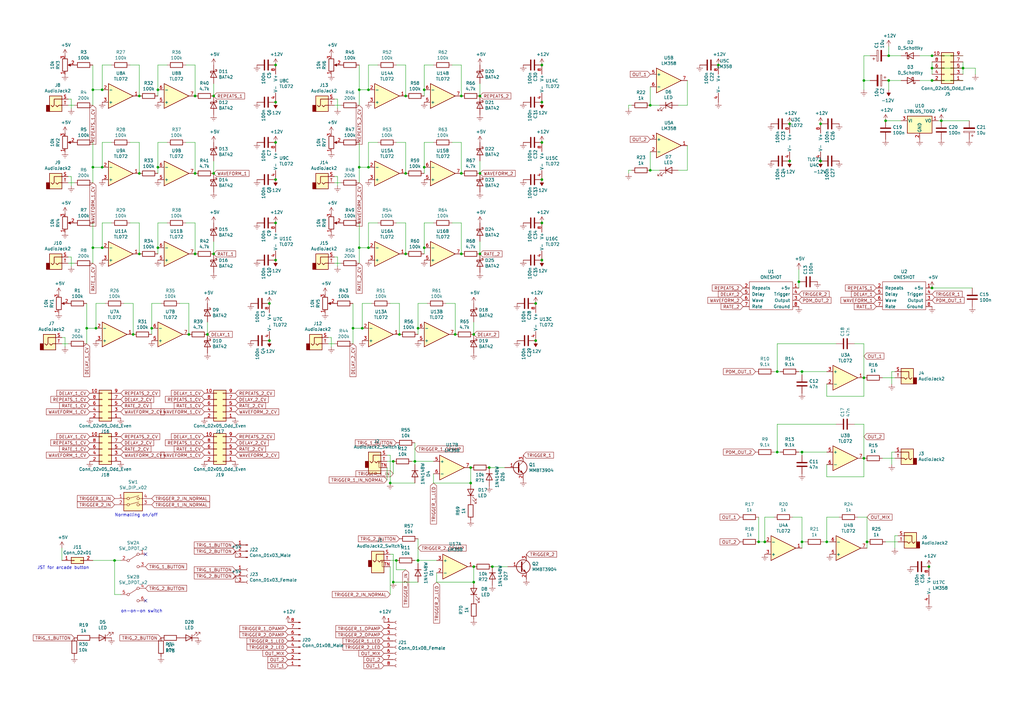
<source format=kicad_sch>
(kicad_sch (version 20231120) (generator "eeschema") (generator_version "8.0")
  (paper "A3")
  (junction (at 363.22 49.53))
  (junction (at 57.15 39.37))
  (junction (at 41.91 68.58))
  (junction (at 196.85 104.14))
  (junction (at 339.09 222.25))
  (junction (at 64.77 101.6))
  (junction (at 328.93 222.25))
  (junction (at 364.49 22.86))
  (junction (at 222.25 73.66))
  (junction (at 173.99 36.83))
  (junction (at 382.27 27.94))
  (junction (at 38.1 36.83))
  (junction (at 87.63 71.12))
  (junction (at 189.23 39.37))
  (junction (at 194.31 238.76))
  (junction (at 163.83 137.16))
  (junction (at 189.23 71.12))
  (junction (at 160.02 198.12))
  (junction (at 194.31 137.16))
  (junction (at 147.32 101.6))
  (junction (at 110.49 124.46))
  (junction (at 196.85 71.12))
  (junction (at 147.32 36.83))
  (junction (at 386.08 49.53))
  (junction (at 171.45 134.62))
  (junction (at 166.37 104.14))
  (junction (at 194.31 232.41))
  (junction (at 87.63 104.14))
  (junction (at 170.18 189.23))
  (junction (at 161.29 189.23))
  (junction (at 222.25 106.68))
  (junction (at 294.64 26.67))
  (junction (at 151.13 36.83))
  (junction (at 64.77 36.83))
  (junction (at 113.03 91.44))
  (junction (at 189.23 104.14))
  (junction (at 394.97 27.94))
  (junction (at 336.55 50.8))
  (junction (at 382.27 118.11))
  (junction (at 80.01 39.37))
  (junction (at 57.15 71.12))
  (junction (at 266.7 43.18))
  (junction (at 38.1 68.58))
  (junction (at 113.03 58.42))
  (junction (at 354.33 33.02))
  (junction (at 354.33 154.94))
  (junction (at 173.99 68.58))
  (junction (at 35.56 134.62))
  (junction (at 62.23 134.62))
  (junction (at 41.91 101.6))
  (junction (at 110.49 139.7))
  (junction (at 382.27 33.02))
  (junction (at 323.85 50.8))
  (junction (at 173.99 101.6))
  (junction (at 162.56 229.87))
  (junction (at 193.04 198.12))
  (junction (at 200.66 191.77))
  (junction (at 171.45 229.87))
  (junction (at 41.91 36.83))
  (junction (at 222.25 91.44))
  (junction (at 151.13 101.6))
  (junction (at 327.66 115.57))
  (junction (at 201.93 232.41))
  (junction (at 85.09 137.16))
  (junction (at 54.61 137.16))
  (junction (at 113.03 106.68))
  (junction (at 222.25 58.42))
  (junction (at 219.71 139.7))
  (junction (at 166.37 39.37))
  (junction (at 354.33 187.96))
  (junction (at 364.49 33.02))
  (junction (at 222.25 41.91))
  (junction (at 311.15 222.25))
  (junction (at 193.04 191.77))
  (junction (at 64.77 68.58))
  (junction (at 148.59 134.62))
  (junction (at 166.37 71.12))
  (junction (at 318.77 185.42))
  (junction (at 323.85 66.04))
  (junction (at 219.71 124.46))
  (junction (at 318.77 152.4))
  (junction (at 196.85 39.37))
  (junction (at 144.78 134.62))
  (junction (at 113.03 73.66))
  (junction (at 266.7 69.85))
  (junction (at 328.93 185.42))
  (junction (at 186.69 137.16))
  (junction (at 355.6 222.25))
  (junction (at 147.32 68.58))
  (junction (at 80.01 71.12))
  (junction (at 87.63 39.37))
  (junction (at 57.15 104.14))
  (junction (at 222.25 26.67))
  (junction (at 382.27 22.86))
  (junction (at 313.69 222.25))
  (junction (at 161.29 238.76))
  (junction (at 46.99 229.87))
  (junction (at 336.55 66.04))
  (junction (at 151.13 68.58))
  (junction (at 381 232.41))
  (junction (at 113.03 41.91))
  (junction (at 38.1 101.6))
  (junction (at 328.93 152.4))
  (junction (at 39.37 134.62))
  (junction (at 80.01 104.14))
  (junction (at 113.03 26.67))
  (junction (at 77.47 137.16))
  (no_connect (at 59.69 246.38))
  (no_connect (at 59.69 227.33))
  (wire (pts (xy 57.15 91.44) (xy 53.34 91.44)))
  (wire (pts (xy 266.7 43.18) (xy 266.7 35.56)))
  (wire (pts (xy 278.13 69.85) (xy 281.94 69.85)))
  (wire (pts (xy 80.01 39.37) (xy 80.01 26.67)))
  (wire (pts (xy 166.37 39.37) (xy 166.37 26.67)))
  (wire (pts (xy 168.91 189.23) (xy 170.18 189.23)))
  (wire (pts (xy 278.13 43.18) (xy 281.94 43.18)))
  (wire (pts (xy 196.85 39.37) (xy 196.85 34.29)))
  (wire (pts (xy 43.18 124.46) (xy 39.37 124.46)))
  (wire (pts (xy 382.27 22.86) (xy 377.19 22.86)))
  (wire (pts (xy 398.78 118.11) (xy 382.27 118.11)))
  (wire (pts (xy 201.93 232.41) (xy 208.28 232.41)))
  (wire (pts (xy 26.67 138.43) (xy 25.4 138.43)))
  (wire (pts (xy 80.01 26.67) (xy 76.2 26.67)))
  (wire (pts (xy 328.93 152.4) (xy 328.93 153.67)))
  (wire (pts (xy 45.72 26.67) (xy 41.91 26.67)))
  (wire (pts (xy 80.01 91.44) (xy 76.2 91.44)))
  (wire (pts (xy 170.18 181.61) (xy 170.18 189.23)))
  (wire (pts (xy 27.94 140.97) (xy 25.4 140.97)))
  (wire (pts (xy 367.03 224.79) (xy 367.03 219.71)))
  (wire (pts (xy 147.32 91.44) (xy 147.32 101.6)))
  (wire (pts (xy 313.69 222.25) (xy 311.15 222.25)))
  (wire (pts (xy 327.66 115.57) (xy 327.66 118.11)))
  (wire (pts (xy 160.02 198.12) (xy 170.18 198.12)))
  (wire (pts (xy 138.43 109.22) (xy 138.43 105.41)))
  (wire (pts (xy 166.37 104.14) (xy 166.37 91.44)))
  (wire (pts (xy 87.63 39.37) (xy 87.63 34.29)))
  (wire (pts (xy 189.23 91.44) (xy 185.42 91.44)))
  (wire (pts (xy 194.31 232.41) (xy 194.31 238.76)))
  (wire (pts (xy 369.57 33.02) (xy 364.49 33.02)))
  (wire (pts (xy 163.83 137.16) (xy 163.83 124.46)))
  (wire (pts (xy 46.99 229.87) (xy 49.53 229.87)))
  (wire (pts (xy 166.37 91.44) (xy 162.56 91.44)))
  (wire (pts (xy 186.69 137.16) (xy 186.69 124.46)))
  (wire (pts (xy 152.4 124.46) (xy 148.59 124.46)))
  (wire (pts (xy 318.77 140.97) (xy 318.77 152.4)))
  (wire (pts (xy 170.18 229.87) (xy 171.45 229.87)))
  (wire (pts (xy 350.52 173.99) (xy 354.33 173.99)))
  (wire (pts (xy 365.76 157.48) (xy 365.76 152.4)))
  (wire (pts (xy 318.77 173.99) (xy 318.77 185.42)))
  (wire (pts (xy 196.85 71.12) (xy 196.85 66.04)))
  (wire (pts (xy 328.93 185.42) (xy 339.09 185.42)))
  (wire (pts (xy 327.66 110.49) (xy 327.66 115.57)))
  (wire (pts (xy 137.16 140.97) (xy 134.62 140.97)))
  (wire (pts (xy 356.87 22.86) (xy 354.33 22.86)))
  (wire (pts (xy 77.47 124.46) (xy 73.66 124.46)))
  (wire (pts (xy 337.82 222.25) (xy 339.09 222.25)))
  (wire (pts (xy 54.61 124.46) (xy 50.8 124.46)))
  (wire (pts (xy 259.08 43.18) (xy 257.81 43.18)))
  (wire (pts (xy 386.08 49.53) (xy 384.81 49.53)))
  (wire (pts (xy 171.45 220.98) (xy 171.45 229.87)))
  (wire (pts (xy 49.53 243.84) (xy 46.99 243.84)))
  (wire (pts (xy 66.04 124.46) (xy 62.23 124.46)))
  (wire (pts (xy 365.76 190.5) (xy 365.76 185.42)))
  (wire (pts (xy 80.01 104.14) (xy 80.01 91.44)))
  (wire (pts (xy 163.83 124.46) (xy 160.02 124.46)))
  (wire (pts (xy 38.1 91.44) (xy 38.1 101.6)))
  (wire (pts (xy 64.77 71.12) (xy 64.77 68.58)))
  (wire (pts (xy 339.09 195.58) (xy 339.09 190.5)))
  (wire (pts (xy 173.99 71.12) (xy 173.99 68.58)))
  (wire (pts (xy 160.02 186.69) (xy 160.02 198.12)))
  (wire (pts (xy 30.48 74.93) (xy 27.94 74.93)))
  (wire (pts (xy 135.89 142.24) (xy 135.89 138.43)))
  (wire (pts (xy 38.1 58.42) (xy 38.1 68.58)))
  (wire (pts (xy 162.56 233.68) (xy 162.56 229.87)))
  (wire (pts (xy 161.29 189.23) (xy 161.29 194.31)))
  (wire (pts (xy 328.93 185.42) (xy 328.93 186.69)))
  (wire (pts (xy 64.77 39.37) (xy 64.77 36.83)))
  (wire (pts (xy 135.89 138.43) (xy 134.62 138.43)))
  (wire (pts (xy 171.45 137.16) (xy 171.45 134.62)))
  (wire (pts (xy 354.33 22.86) (xy 354.33 33.02)))
  (wire (pts (xy 151.13 58.42) (xy 151.13 68.58)))
  (wire (pts (xy 177.8 58.42) (xy 173.99 58.42)))
  (wire (pts (xy 138.43 105.41) (xy 137.16 105.41)))
  (wire (pts (xy 162.56 229.87) (xy 160.02 229.87)))
  (wire (pts (xy 196.85 104.14) (xy 196.85 99.06)))
  (wire (pts (xy 189.23 71.12) (xy 189.23 58.42)))
  (wire (pts (xy 68.58 26.67) (xy 64.77 26.67)))
  (wire (pts (xy 62.23 137.16) (xy 62.23 134.62)))
  (wire (pts (xy 368.3 222.25) (xy 363.22 222.25)))
  (wire (pts (xy 173.99 26.67) (xy 173.99 36.83)))
  (wire (pts (xy 64.77 104.14) (xy 64.77 101.6)))
  (wire (pts (xy 365.76 185.42) (xy 367.03 185.42)))
  (wire (pts (xy 41.91 91.44) (xy 41.91 101.6)))
  (wire (pts (xy 29.21 76.2) (xy 29.21 72.39)))
  (wire (pts (xy 266.7 69.85) (xy 266.7 62.23)))
  (wire (pts (xy 339.09 162.56) (xy 339.09 157.48)))
  (wire (pts (xy 193.04 191.77) (xy 193.04 198.12)))
  (wire (pts (xy 161.29 238.76) (xy 171.45 238.76)))
  (wire (pts (xy 327.66 185.42) (xy 328.93 185.42)))
  (wire (pts (xy 173.99 39.37) (xy 173.99 36.83)))
  (wire (pts (xy 171.45 229.87) (xy 179.07 229.87)))
  (wire (pts (xy 151.13 36.83) (xy 147.32 36.83)))
  (wire (pts (xy 154.94 91.44) (xy 151.13 91.44)))
  (wire (pts (xy 328.93 152.4) (xy 339.09 152.4)))
  (wire (pts (xy 144.78 124.46) (xy 144.78 134.62)))
  (wire (pts (xy 354.33 154.94) (xy 354.33 162.56)))
  (wire (pts (xy 147.32 36.83) (xy 147.32 43.18)))
  (wire (pts (xy 355.6 222.25) (xy 355.6 224.79)))
  (wire (pts (xy 317.5 212.09) (xy 313.69 212.09)))
  (wire (pts (xy 161.29 227.33) (xy 161.29 238.76)))
  (wire (pts (xy 154.94 58.42) (xy 151.13 58.42)))
  (wire (pts (xy 80.01 71.12) (xy 80.01 58.42)))
  (wire (pts (xy 166.37 233.68) (xy 162.56 233.68)))
  (wire (pts (xy 189.23 58.42) (xy 185.42 58.42)))
  (wire (pts (xy 394.97 27.94) (xy 394.97 25.4)))
  (wire (pts (xy 344.17 212.09) (xy 339.09 212.09)))
  (wire (pts (xy 166.37 58.42) (xy 162.56 58.42)))
  (wire (pts (xy 200.66 191.77) (xy 207.01 191.77)))
  (wire (pts (xy 39.37 124.46) (xy 39.37 134.62)))
  (wire (pts (xy 394.97 27.94) (xy 400.05 27.94)))
  (wire (pts (xy 57.15 39.37) (xy 57.15 26.67)))
  (wire (pts (xy 318.77 140.97) (xy 342.9 140.97)))
  (wire (pts (xy 367.03 219.71) (xy 368.3 219.71)))
  (wire (pts (xy 194.31 137.16) (xy 194.31 132.08)))
  (wire (pts (xy 179.07 238.76) (xy 179.07 234.95)))
  (wire (pts (xy 85.09 137.16) (xy 85.09 132.08)))
  (wire (pts (xy 281.94 69.85) (xy 281.94 59.69)))
  (wire (pts (xy 38.1 26.67) (xy 38.1 36.83)))
  (wire (pts (xy 330.2 222.25) (xy 328.93 222.25)))
  (wire (pts (xy 62.23 124.46) (xy 62.23 134.62)))
  (wire (pts (xy 57.15 104.14) (xy 57.15 91.44)))
  (wire (pts (xy 355.6 212.09) (xy 355.6 222.25)))
  (wire (pts (xy 382.27 30.48) (xy 382.27 27.94)))
  (wire (pts (xy 170.18 189.23) (xy 170.18 190.5)))
  (wire (pts (xy 41.91 101.6) (xy 38.1 101.6)))
  (wire (pts (xy 39.37 134.62) (xy 35.56 134.62)))
  (wire (pts (xy 38.1 68.58) (xy 38.1 74.93)))
  (wire (pts (xy 29.21 40.64) (xy 27.94 40.64)))
  (wire (pts (xy 38.1 229.87) (xy 46.99 229.87)))
  (wire (pts (xy 364.49 33.02) (xy 364.49 36.83)))
  (wire (pts (xy 138.43 40.64) (xy 137.16 40.64)))
  (wire (pts (xy 64.77 58.42) (xy 64.77 68.58)))
  (wire (pts (xy 57.15 71.12) (xy 57.15 58.42)))
  (wire (pts (xy 26.67 142.24) (xy 26.67 138.43)))
  (wire (pts (xy 270.51 69.85) (xy 266.7 69.85)))
  (wire (pts (xy 160.02 186.69) (xy 158.75 186.69)))
  (wire (pts (xy 173.99 91.44) (xy 173.99 101.6)))
  (wire (pts (xy 364.49 22.86) (xy 364.49 19.05)))
  (wire (pts (xy 138.43 76.2) (xy 138.43 72.39)))
  (wire (pts (xy 328.93 212.09) (xy 328.93 222.25)))
  (wire (pts (xy 281.94 43.18) (xy 281.94 33.02)))
  (wire (pts (xy 367.03 154.94) (xy 361.95 154.94)))
  (wire (pts (xy 41.91 58.42) (xy 41.91 68.58)))
  (wire (pts (xy 80.01 58.42) (xy 76.2 58.42)))
  (wire (pts (xy 328.93 222.25) (xy 328.93 224.79)))
  (wire (pts (xy 317.5 185.42) (xy 318.77 185.42)))
  (wire (pts (xy 194.31 238.76) (xy 179.07 238.76)))
  (wire (pts (xy 386.08 49.53) (xy 397.51 49.53)))
  (wire (pts (xy 154.94 26.67) (xy 151.13 26.67)))
  (wire (pts (xy 354.33 187.96) (xy 354.33 195.58)))
  (wire (pts (xy 367.03 187.96) (xy 361.95 187.96)))
  (wire (pts (xy 41.91 26.67) (xy 41.91 36.83)))
  (wire (pts (xy 318.77 185.42) (xy 320.04 185.42)))
  (wire (pts (xy 57.15 26.67) (xy 53.34 26.67)))
  (wire (pts (xy 327.66 152.4) (xy 328.93 152.4)))
  (wire (pts (xy 147.32 58.42) (xy 147.32 68.58)))
  (wire (pts (xy 30.48 107.95) (xy 27.94 107.95)))
  (wire (pts (xy 151.13 68.58) (xy 147.32 68.58)))
  (wire (pts (xy 257.81 69.85) (xy 257.81 71.12)))
  (wire (pts (xy 193.04 198.12) (xy 177.8 198.12)))
  (wire (pts (xy 147.32 68.58) (xy 147.32 74.93)))
  (wire (pts (xy 311.15 212.09) (xy 311.15 222.25)))
  (wire (pts (xy 41.91 68.58) (xy 38.1 68.58)))
  (wire (pts (xy 257.81 43.18) (xy 257.81 44.45)))
  (wire (pts (xy 161.29 189.23) (xy 158.75 189.23)))
  (wire (pts (xy 138.43 44.45) (xy 138.43 40.64)))
  (wire (pts (xy 382.27 33.02) (xy 394.97 33.02)))
  (wire (pts (xy 318.77 152.4) (xy 320.04 152.4)))
  (wire (pts (xy 29.21 105.41) (xy 27.94 105.41)))
  (wire (pts (xy 166.37 26.67) (xy 162.56 26.67)))
  (wire (pts (xy 147.32 26.67) (xy 147.32 36.83)))
  (wire (pts (xy 325.12 212.09) (xy 328.93 212.09)))
  (wire (pts (xy 30.48 43.18) (xy 27.94 43.18)))
  (wire (pts (xy 54.61 137.16) (xy 54.61 124.46)))
  (wire (pts (xy 382.27 25.4) (xy 382.27 27.94)))
  (wire (pts (xy 177.8 26.67) (xy 173.99 26.67)))
  (wire (pts (xy 35.56 134.62) (xy 35.56 140.97)))
  (wire (pts (xy 139.7 43.18) (xy 137.16 43.18)))
  (wire (pts (xy 354.33 162.56) (xy 339.09 162.56)))
  (wire (pts (xy 369.57 22.86) (xy 364.49 22.86)))
  (wire (pts (xy 354.33 33.02) (xy 354.33 36.83)))
  (wire (pts (xy 177.8 91.44) (xy 173.99 91.44)))
  (wire (pts (xy 148.59 134.62) (xy 144.78 134.62)))
  (wire (pts (xy 189.23 104.14) (xy 189.23 91.44)))
  (wire (pts (xy 318.77 173.99) (xy 342.9 173.99)))
  (wire (pts (xy 87.63 104.14) (xy 87.63 99.06)))
  (wire (pts (xy 151.13 91.44) (xy 151.13 101.6)))
  (wire (pts (xy 173.99 58.42) (xy 173.99 68.58)))
  (wire (pts (xy 354.33 173.99) (xy 354.33 187.96)))
  (wire (pts (xy 350.52 140.97) (xy 354.33 140.97)))
  (wire (pts (xy 25.4 224.79) (xy 25.4 229.87)))
  (wire (pts (xy 160.02 243.84) (xy 160.02 232.41)))
  (wire (pts (xy 161.29 227.33) (xy 160.02 227.33)))
  (wire (pts (xy 68.58 58.42) (xy 64.77 58.42)))
  (wire (pts (xy 313.69 212.09) (xy 313.69 222.25)))
  (wire (pts (xy 29.21 44.45) (xy 29.21 40.64)))
  (wire (pts (xy 173.99 104.14) (xy 173.99 101.6)))
  (wire (pts (xy 64.77 91.44) (xy 64.77 101.6)))
  (wire (pts (xy 64.77 26.67) (xy 64.77 36.83)))
  (wire (pts (xy 57.15 58.42) (xy 53.34 58.42)))
  (wire (pts (xy 138.43 72.39) (xy 137.16 72.39)))
  (wire (pts (xy 139.7 107.95) (xy 137.16 107.95)))
  (wire (pts (xy 186.69 124.46) (xy 182.88 124.46)))
  (wire (pts (xy 177.8 198.12) (xy 177.8 194.31)))
  (wire (pts (xy 45.72 91.44) (xy 41.91 91.44)))
  (wire (pts (xy 29.21 109.22) (xy 29.21 105.41)))
  (wire (pts (xy 339.09 212.09) (xy 339.09 222.25)))
  (wire (pts (xy 144.78 134.62) (xy 144.78 140.97)))
  (wire (pts (xy 171.45 229.87) (xy 171.45 231.14)))
  (wire (pts (xy 147.32 101.6) (xy 147.32 107.95)))
  (wire (pts (xy 365.76 152.4) (xy 367.03 152.4)))
  (wire (pts (xy 170.18 189.23) (xy 177.8 189.23)))
  (wire (pts (xy 317.5 152.4) (xy 318.77 152.4)))
  (wire (pts (xy 139.7 74.93) (xy 137.16 74.93)))
  (wire (pts (xy 377.19 33.02) (xy 382.27 33.02)))
  (wire (pts (xy 382.27 27.94) (xy 394.97 27.94)))
  (wire (pts (xy 68.58 91.44) (xy 64.77 91.44)))
  (wire (pts (xy 41.91 36.83) (xy 38.1 36.83)))
  (wire (pts (xy 171.45 124.46) (xy 171.45 134.62)))
  (wire (pts (xy 38.1 36.83) (xy 38.1 43.18)))
  (wire (pts (xy 354.33 140.97) (xy 354.33 154.94)))
  (wire (pts (xy 77.47 137.16) (xy 77.47 124.46)))
  (wire (pts (xy 38.1 101.6) (xy 38.1 107.95)))
  (wire (pts (xy 35.56 124.46) (xy 35.56 134.62)))
  (wire (pts (xy 369.57 49.53) (xy 363.22 49.53)))
  (wire (pts (xy 166.37 71.12) (xy 166.37 58.42)))
  (wire (pts (xy 87.63 71.12) (xy 87.63 66.04)))
  (wire (pts (xy 46.99 243.84) (xy 46.99 229.87)))
  (wire (pts (xy 259.08 69.85) (xy 257.81 69.85)))
  (wire (pts (xy 189.23 26.67) (xy 185.42 26.67)))
  (wire (pts (xy 45.72 58.42) (xy 41.91 58.42)))
  (wire (pts (xy 189.23 39.37) (xy 189.23 26.67)))
  (wire (pts (xy 339.09 222.25) (xy 340.36 222.25)))
  (wire (pts (xy 29.21 72.39) (xy 27.94 72.39)))
  (wire (pts (xy 354.33 195.58) (xy 339.09 195.58)))
  (wire (pts (xy 151.13 101.6) (xy 147.32 101.6)))
  (wire (pts (xy 175.26 124.46) (xy 171.45 124.46)))
  (wire (pts (xy 148.59 124.46) (xy 148.59 134.62)))
  (wire (pts (xy 394.97 30.48) (xy 394.97 27.94)))
  (wire (pts (xy 382.27 22.86) (xy 394.97 22.86)))
  (wire (pts (xy 151.13 26.67) (xy 151.13 36.83)))
  (wire (pts (xy 158.75 191.77) (xy 158.75 196.85)))
  (wire (pts (xy 270.51 43.18) (xy 266.7 43.18)))
  (wire (pts (xy 356.87 33.02) (xy 354.33 33.02)))
  (wire (pts (xy 351.79 212.09) (xy 355.6 212.09)))
  (wire (pts (xy 400.05 27.94) (xy 400.05 30.48)))
  (text "Normalling on/off" (at 46.99 212.09 0) (effects (font (size 1.27 1.27)) (justify left bottom)))
  (text "on-on-on switch" (at 49.53 251.46 0) (effects (font (size 1.27 1.27)) (justify left bottom)))
  (text "JST for arcade button" (at 15.24 233.68 0) (effects (font (size 1.27 1.27)) (justify left bottom)))
  (global_label "TRIG_2_BUTTON" (shape input) (at 163.83 220.98 180) (property "Intersheetrefs" "${INTERSHEET_REFS}" (effects (hide yes))))
  (global_label "RATE_2_CV" (shape input) (at 49.53 184.15 0) (property "Intersheetrefs" "${INTERSHEET_REFS}" (effects (hide yes))))
  (global_label "TRIGGER_2_OPAMP" (shape input) (at 171.45 224.79 0) (property "Intersheetrefs" "${INTERSHEET_REFS}" (effects (hide yes))))
  (global_label "REPEATS_1_CV" (shape input) (at 38.1 43.18 270) (property "Intersheetrefs" "${INTERSHEET_REFS}" (effects (hide yes))))
  (global_label "WAVEFORM_1_CV" (shape input) (at 36.83 186.69 180) (property "Intersheetrefs" "${INTERSHEET_REFS}" (effects (hide yes))))
  (global_label "DELAY_2_CV" (shape input) (at 144.78 140.97 270) (property "Intersheetrefs" "${INTERSHEET_REFS}" (effects (hide yes))))
  (global_label "TRIGGER_1_IN_NORMAL" (shape input) (at 158.75 196.85 180) (property "Intersheetrefs" "${INTERSHEET_REFS}" (effects (hide yes))))
  (global_label "TRIGGER_1_LED" (shape input) (at 157.48 262.89 180) (property "Intersheetrefs" "${INTERSHEET_REFS}" (effects (hide yes))))
  (global_label "DELAY_2_CV" (shape input) (at 49.53 163.83 0) (property "Intersheetrefs" "${INTERSHEET_REFS}" (effects (hide yes))))
  (global_label "OUT_1" (shape input) (at 118.11 273.05 180) (property "Intersheetrefs" "${INTERSHEET_REFS}" (effects (hide yes))))
  (global_label "REPEATS_1_CV" (shape input) (at 83.82 181.61 180) (property "Intersheetrefs" "${INTERSHEET_REFS}" (effects (hide yes))))
  (global_label "REPEATS_2_CV" (shape input) (at 49.53 161.29 0) (property "Intersheetrefs" "${INTERSHEET_REFS}" (effects (hide yes))))
  (global_label "REPEATS_2_CV" (shape input) (at 49.53 179.07 0) (property "Intersheetrefs" "${INTERSHEET_REFS}" (effects (hide yes))))
  (global_label "DELAY_1_CV" (shape input) (at 36.83 179.07 180) (property "Intersheetrefs" "${INTERSHEET_REFS}" (effects (hide yes))))
  (global_label "TRIG_2_BUTTON" (shape input) (at 59.69 241.3 0) (property "Intersheetrefs" "${INTERSHEET_REFS}" (effects (hide yes))))
  (global_label "DELAY_1_CV" (shape input) (at 83.82 179.07 180) (property "Intersheetrefs" "${INTERSHEET_REFS}" (effects (hide yes))))
  (global_label "DELAY_2" (shape input) (at 304.8 120.65 180) (property "Intersheetrefs" "${INTERSHEET_REFS}" (effects (hide yes))))
  (global_label "RATE_1_CV" (shape input) (at 38.1 107.95 270) (property "Intersheetrefs" "${INTERSHEET_REFS}" (effects (hide yes))))
  (global_label "TRIGGER_1_OPAMP" (shape input) (at 118.11 257.81 180) (property "Intersheetrefs" "${INTERSHEET_REFS}" (effects (hide yes))))
  (global_label "TRIGGER_2_OPAMP" (shape input) (at 118.11 260.35 180) (property "Intersheetrefs" "${INTERSHEET_REFS}" (effects (hide yes))))
  (global_label "DELAY_1_CV" (shape input) (at 35.56 140.97 270) (property "Intersheetrefs" "${INTERSHEET_REFS}" (effects (hide yes))))
  (global_label "RATE_1_CV" (shape input) (at 36.83 184.15 180) (property "Intersheetrefs" "${INTERSHEET_REFS}" (effects (hide yes))))
  (global_label "REPEATS_1_CV" (shape input) (at 36.83 163.83 180) (property "Intersheetrefs" "${INTERSHEET_REFS}" (effects (hide yes))))
  (global_label "WAVEFORM_1_CV" (shape input) (at 83.82 168.91 180) (property "Intersheetrefs" "${INTERSHEET_REFS}" (effects (hide yes))))
  (global_label "WAVEFORM_2_CV" (shape input) (at 147.32 74.93 270) (property "Intersheetrefs" "${INTERSHEET_REFS}" (effects (hide yes))))
  (global_label "WAVEFORM_1_CV" (shape input) (at 83.82 186.69 180) (property "Intersheetrefs" "${INTERSHEET_REFS}" (effects (hide yes))))
  (global_label "WAVEFORM_1" (shape input) (at 87.63 71.12 0) (property "Intersheetrefs" "${INTERSHEET_REFS}" (effects (hide yes))))
  (global_label "TRIGGER_2_LED" (shape input) (at 157.48 265.43 180) (property "Intersheetrefs" "${INTERSHEET_REFS}" (effects (hide yes))))
  (global_label "RATE_1_CV" (shape input) (at 36.83 166.37 180) (property "Intersheetrefs" "${INTERSHEET_REFS}" (effects (hide yes))))
  (global_label "WAVEFORM_2_CV" (shape input) (at 49.53 168.91 0) (property "Intersheetrefs" "${INTERSHEET_REFS}" (effects (hide yes))))
  (global_label "WAVEFORM_2_CV" (shape input) (at 96.52 186.69 0) (property "Intersheetrefs" "${INTERSHEET_REFS}" (effects (hide yes))))
  (global_label "OUT_MIX" (shape input) (at 355.6 212.09 0) (property "Intersheetrefs" "${INTERSHEET_REFS}" (effects (hide yes))))
  (global_label "RATE_2" (shape input) (at 196.85 104.14 0) (property "Intersheetrefs" "${INTERSHEET_REFS}" (effects (hide yes))))
  (global_label "WAVEFORM_1" (shape input) (at 359.41 123.19 180) (property "Intersheetrefs" "${INTERSHEET_REFS}" (effects (hide yes))))
  (global_label "OUT_MIX" (shape input) (at 157.48 267.97 180) (property "Intersheetrefs" "${INTERSHEET_REFS}" (effects (hide yes))))
  (global_label "TRIG_2_BUTTON" (shape input) (at 96.52 226.06 180) (property "Intersheetrefs" "${INTERSHEET_REFS}" (effects (hide yes))))
  (global_label "RATE_1_CV" (shape input) (at 83.82 166.37 180) (property "Intersheetrefs" "${INTERSHEET_REFS}" (effects (hide yes))))
  (global_label "DELAY_2" (shape input) (at 194.31 137.16 0) (property "Intersheetrefs" "${INTERSHEET_REFS}" (effects (hide yes))))
  (global_label "TRIGGER_1_IN_NORMAL" (shape input) (at 62.23 207.01 0) (property "Intersheetrefs" "${INTERSHEET_REFS}" (effects (hide yes))))
  (global_label "TRIGGER_2_IN" (shape input) (at 166.37 233.68 270) (property "Intersheetrefs" "${INTERSHEET_REFS}" (effects (hide yes))))
  (global_label "TRIG_1_BUTTON" (shape input) (at 96.52 233.68 180) (property "Intersheetrefs" "${INTERSHEET_REFS}" (effects (hide yes))))
  (global_label "TRIG_2_BUTTON" (shape input) (at 96.52 236.22 180) (property "Intersheetrefs" "${INTERSHEET_REFS}" (effects (hide yes))))
  (global_label "RATE_2_CV" (shape input) (at 147.32 107.95 270) (property "Intersheetrefs" "${INTERSHEET_REFS}" (effects (hide yes))))
  (global_label "TRIGGER_1" (shape input) (at 214.63 186.69 0) (property "Intersheetrefs" "${INTERSHEET_REFS}" (effects (hide yes))))
  (global_label "REPEATS_2" (shape input) (at 196.85 39.37 0) (property "Intersheetrefs" "${INTERSHEET_REFS}" (effects (hide yes))))
  (global_label "TRIGGER_2_LED" (shape input) (at 118.11 265.43 180) (property "Intersheetrefs" "${INTERSHEET_REFS}" (effects (hide yes))))
  (global_label "OUT_2" (shape input) (at 354.33 179.07 0) (property "Intersheetrefs" "${INTERSHEET_REFS}" (effects (hide yes))))
  (global_label "RATE_1" (shape input) (at 87.63 104.14 0) (property "Intersheetrefs" "${INTERSHEET_REFS}" (effects (hide yes))))
  (global_label "DELAY_1" (shape input) (at 85.09 137.16 0) (property "Intersheetrefs" "${INTERSHEET_REFS}" (effects (hide yes))))
  (global_label "OUT_1" (shape input) (at 266.7 30.48 180) (property "Intersheetrefs" "${INTERSHEET_REFS}" (effects (hide yes))))
  (global_label "REPEATS_2" (shape input) (at 304.8 118.11 180) (property "Intersheetrefs" "${INTERSHEET_REFS}" (effects (hide yes))))
  (global_label "OUT_MIX" (shape input) (at 118.11 267.97 180) (property "Intersheetrefs" "${INTERSHEET_REFS}" (effects (hide yes))))
  (global_label "REPEATS_2_CV" (shape input) (at 147.32 43.18 270) (property "Intersheetrefs" "${INTERSHEET_REFS}" (effects (hide yes))))
  (global_label "REPEATS_1" (shape input) (at 359.41 118.11 180) (property "Intersheetrefs" "${INTERSHEET_REFS}" (effects (hide yes))))
  (global_label "TRIGGER_1_LED" (shape input) (at 177.8 198.12 270) (property "Intersheetrefs" "${INTERSHEET_REFS}" (effects (hide yes))))
  (global_label "WAVEFORM_2_CV" (shape input) (at 49.53 186.69 0) (property "Intersheetrefs" "${INTERSHEET_REFS}" (effects (hide yes))))
  (global_label "TRIGGER_2_OPAMP" (shape input) (at 157.48 260.35 180) (property "Intersheetrefs" "${INTERSHEET_REFS}" (effects (hide yes))))
  (global_label "PDM_OUT_2" (shape input) (at 309.88 185.42 180) (property "Intersheetrefs" "${INTERSHEET_REFS}" (effects (hide yes))))
  (global_label "DELAY_2_CV" (shape input) (at 96.52 181.61 0) (property "Intersheetrefs" "${INTERSHEET_REFS}" (effects (hide yes))))
  (global_label "DELAY_2_CV" (shape input) (at 49.53 181.61 0) (property "Intersheetrefs" "${INTERSHEET_REFS}" (effects (hide yes))))
  (global_label "REPEATS_1" (shape input) (at 87.63 39.37 0) (property "Intersheetrefs" "${INTERSHEET_REFS}" (effects (hide yes))))
  (global_label "TRIGGER_2_IN_NORMAL" (shape input) (at 62.23 204.47 0) (property "Intersheetrefs" "${INTERSHEET_REFS}" (effects (hide yes))))
  (global_label "OUT_2" (shape input) (at 266.7 57.15 180) (property "Intersheetrefs" "${INTERSHEET_REFS}" (effects (hide yes))))
  (global_label "DELAY_1_CV" (shape input) (at 36.83 161.29 180) (property "Intersheetrefs" "${INTERSHEET_REFS}" (effects (hide yes))))
  (global_label "WAVEFORM_2" (shape input) (at 196.85 71.12 0) (property "Intersheetrefs" "${INTERSHEET_REFS}" (effects (hide yes))))
  (global_label "RATE_2" (shape input) (at 304.8 125.73 180) (property "Intersheetrefs" "${INTERSHEET_REFS}" (effects (hide yes))))
  (global_label "RATE_1" (shape input) (at 359.41 125.73 180) (property "Intersheetrefs" "${INTERSHEET_REFS}" (effects (hide yes))))
  (global_label "RATE_2_CV" (shape input) (at 49.53 166.37 0) (property "Intersheetrefs" "${INTERSHEET_REFS}" (effects (hide yes))))
  (global_label "TRIGGER_1_OPAMP" (shape input) (at 170.18 184.15 0) (property "Intersheetrefs" "${INTERSHEET_REFS}" (effects (hide yes))))
  (global_label "TRIGGER_2" (shape input) (at 215.9 227.33 0) (property "Intersheetrefs" "${INTERSHEET_REFS}" (effects (hide yes))))
  (global_label "TRIG_2_BUTTON" (shape input) (at 66.04 261.62 180) (property "Intersheetrefs" "${INTERSHEET_REFS}" (effects (hide yes))))
  (global_label "RATE_2_CV" (shape input) (at 96.52 166.37 0) (property "Intersheetrefs" "${INTERSHEET_REFS}" (effects (hide yes))))
  (global_label "TRIGGER_1" (shape input) (at 382.27 120.65 0) (property "Intersheetrefs" "${INTERSHEET_REFS}" (effects (hide yes))))
  (global_label "TRIGGER_1_IN" (shape input) (at 46.99 204.47 180) (property "Intersheetrefs" "${INTERSHEET_REFS}" (effects (hide yes))))
  (global_label "PDM_OUT_1" (shape input) (at 309.88 152.4 180) (property "Intersheetrefs" "${INTERSHEET_REFS}" (effects (hide yes))))
  (global_label "OUT_2" (shape input) (at 157.48 270.51 180) (property "Intersheetrefs" "${INTERSHEET_REFS}" (effects (hide yes))))
  (global_label "REPEATS_1_CV" (shape input) (at 83.82 163.83 180) (property "Intersheetrefs" "${INTERSHEET_REFS}" (effects (hide yes))))
  (global_label "TRIGGER_1_LED" (shape input) (at 118.11 262.89 180) (property "Intersheetrefs" "${INTERSHEET_REFS}" (effects (hide yes))))
  (global_label "TRIGGER_2_IN_NORMAL" (shape input) (at 160.02 243.84 180) (property "Intersheetrefs" "${INTERSHEET_REFS}" (effects (hide yes))))
  (global_label "TRIG_1_BUTTON" (shape input) (at 162.56 181.61 180) (property "Intersheetrefs" "${INTERSHEET_REFS}" (effects (hide yes))))
  (global_label "TRIG_1_BUTTON" (shape input) (at 59.69 232.41 0) (property "Intersheetrefs" "${INTERSHEET_REFS}" (effects (hide yes))))
  (global_label "OUT_2" (shape input) (at 118.11 270.51 180) (property "Intersheetrefs" "${INTERSHEET_REFS}" (effects (hide yes))))
  (global_label "PDM_OUT_2" (shape input) (at 327.66 123.19 0) (property "Intersheetrefs" "${INTERSHEET_REFS}" (effects (hide yes))))
  (global_label "TRIGGER_2_IN" (shape input) (at 46.99 207.01 180) (property "Intersheetrefs" "${INTERSHEET_REFS}" (effects (hide yes))))
  (global_label "RATE_2_CV" (shape input) (at 96.52 184.15 0) (property "Intersheetrefs" "${INTERSHEET_REFS}" (effects (hide yes))))
  (global_label "WAVEFORM_2_CV" (shape input) (at 96.52 168.91 0) (property "Intersheetrefs" "${INTERSHEET_REFS}" (effects (hide yes))))
  (global_label "REPEATS_1_CV" (shape input) (at 36.83 181.61 180) (property "Intersheetrefs" "${INTERSHEET_REFS}" (effects (hide yes))))
  (global_label "REPEATS_2_CV" (shape input) (at 96.52 179.07 0) (property "Intersheetrefs" "${INTERSHEET_REFS}" (effects (hide yes))))
  (global_label "DELAY_1" (shape input) (at 359.41 120.65 180) (property "Intersheetrefs" "${INTERSHEET_REFS}" (effects (hide yes))))
  (global_label "RATE_1_CV" (shape input) (at 83.82 184.15 180) (property "Intersheetrefs" "${INTERSHEET_REFS}" (effects (hide yes))))
  (global_label "OUT_1" (shape input) (at 303.53 212.09 180) (property "Intersheetrefs" "${INTERSHEET_REFS}" (effects (hide yes))))
  (global_label "TRIGGER_1_OPAMP" (shape input) (at 157.48 257.81 180) (property "Intersheetrefs" "${INTERSHEET_REFS}" (effects (hide yes))))
  (global_label "WAVEFORM_1_CV" (shape input) (at 38.1 74.93 270) (property "Intersheetrefs" "${INTERSHEET_REFS}" (effects (hide yes))))
  (global_label "PDM_OUT_1" (shape input) (at 382.27 123.19 0) (property "Intersheetrefs" "${INTERSHEET_REFS}" (effects (hide yes))))
  (global_label "TRIGGER_2" (shape input) (at 327.66 120.65 0) (property "Intersheetrefs" "${INTERSHEET_REFS}" (effects (hide yes))))
  (global_label "OUT_2" (shape input) (at 303.53 222.25 180) (property "Intersheetrefs" "${INTERSHEET_REFS}" (effects (hide yes))))
  (global_label "TRIG_1_BUTTON" (shape input) (at 96.52 223.52 180) (property "Intersheetrefs" "${INTERSHEET_REFS}" (effects (hide yes))))
  (global_label "TRIGGER_1_IN" (shape input) (at 161.29 194.31 180) (property "Intersheetrefs" "${INTERSHEET_REFS}" (effects (hide yes))))
  (global_label "WAVEFORM_2" (shape input) (at 304.8 123.19 180) (property "Intersheetrefs" "${INTERSHEET_REFS}" (effects (hide yes))))
  (global_label "WAVEFORM_1_CV" (shape input) (at 36.83 168.91 180) (property "Intersheetrefs" "${INTERSHEET_REFS}" (effects (hide yes))))
  (global_label "DELAY_1_CV" (shape input) (at 83.82 161.29 180) (property "Intersheetrefs" "${INTERSHEET_REFS}" (effects (hide yes))))
  (global_label "REPEATS_2_CV" (shape input) (at 96.52 161.29 0) (property "Intersheetrefs" "${INTERSHEET_REFS}" (effects (hide yes))))
  (global_label "TRIGGER_2_LED" (shape input) (at 179.07 238.76 270) (property "Intersheetrefs" "${INTERSHEET_REFS}" (effects (hide yes))))
  (global_label "TRIG_1_BUTTON" (shape input) (at 30.48 261.62 180) (property "Intersheetrefs" "${INTERSHEET_REFS}" (effects (hide yes))))
  (global_label "OUT_1" (shape input) (at 157.48 273.05 180) (property "Intersheetrefs" "${INTERSHEET_REFS}" (effects (hide yes))))
  (global_label "DELAY_2_CV" (shape input) (at 96.52 163.83 0) (property "Intersheetrefs" "${INTERSHEET_REFS}" (effects (hide yes))))
  (global_label "OUT_1" (shape input) (at 354.33 146.05 0) (property "Intersheetrefs" "${INTERSHEET_REFS}" (effects (hide yes))))
  (symbol (lib_id "Device:D_Schottky") (at 373.38 22.86 0) (unit 1)
    (property "Reference" "D2" (at 373.38 17.3736 0))
    (property "Value" "D_Schottky" (at 373.38 19.685 0))
    (property "Footprint" "Diode_THT:D_A-405_P7.62mm_Horizontal" (effects (hide yes)))
  )
  (symbol (lib_id "Device:D_Schottky") (at 373.38 33.02 180) (unit 1)
    (property "Reference" "D3" (at 373.38 27.5336 0))
    (property "Value" "D_Schottky" (at 373.38 29.845 0))
    (property "Footprint" "Diode_THT:D_A-405_P7.62mm_Horizontal" (effects (hide yes)))
  )
  (symbol (lib_id "Connector_Generic:Conn_02x05_Odd_Even") (at 389.89 27.94 180) (unit 1)
    (property "Reference" "J5" (at 388.62 38.5318 0))
    (property "Value" "Conn_02x05_Odd_Even" (at 388.62 36.2204 0))
    (property "Footprint" "Connector_IDC:IDC-Header_2x05_P2.54mm_Vertical" (effects (hide yes)))
  )
  (symbol (lib_id "power:+12V") (at 364.49 19.05 0) (unit 1)
    (property "Reference" "#PWR0101" (effects (hide yes)))
    (property "Value" "+12V" (at 364.871 14.6558 0))
  )
  (symbol (lib_id "power:-12V") (at 364.49 36.83 180) (unit 1)
    (property "Reference" "#PWR0102" (effects (hide yes)))
    (property "Value" "-12V" (at 364.109 41.2242 0))
  )
  (symbol (lib_id "power:Earth") (at 400.05 30.48 0) (unit 1)
    (property "Reference" "#PWR0103" (effects (hide yes)))
    (property "Value" "Earth" (effects (hide yes)))
  )
  (symbol (lib_id "twoshot-rescue:CP-Device") (at 360.68 33.02 270) (unit 1)
    (property "Reference" "C2" (at 361.8484 36.0172 0) (effects (justify left)))
    (property "Value" "10u" (at 359.537 36.0172 0) (effects (justify left)))
    (property "Footprint" "Capacitor_THT:CP_Radial_D5.0mm_P2.50mm" (effects (hide yes)))
  )
  (symbol (lib_id "twoshot-rescue:CP-Device") (at 360.68 22.86 90) (unit 1)
    (property "Reference" "C1" (at 359.5116 19.8628 0) (effects (justify left)))
    (property "Value" "10u" (at 361.823 19.8628 0) (effects (justify left)))
    (property "Footprint" "Capacitor_THT:CP_Radial_D5.0mm_P2.50mm" (effects (hide yes)))
  )
  (symbol (lib_id "power:Earth") (at 354.33 36.83 0) (unit 1)
    (property "Reference" "#PWR0104" (effects (hide yes)))
    (property "Value" "Earth" (effects (hide yes)))
  )
  (symbol (lib_id "power:+12V") (at 363.22 49.53 0) (unit 1)
    (property "Reference" "#PWR0105" (effects (hide yes)))
    (property "Value" "+12V" (at 363.601 45.1358 0))
  )
  (symbol (lib_id "Device:C") (at 363.22 53.34 0) (unit 1)
    (property "Reference" "C19" (at 366.141 52.1716 0) (effects (justify left)))
    (property "Value" "100n" (at 366.141 54.483 0) (effects (justify left)))
    (property "Footprint" "Capacitor_SMD:C_0603_1608Metric" (effects (hide yes)))
  )
  (symbol (lib_id "power:Earth") (at 363.22 57.15 0) (unit 1)
    (property "Reference" "#PWR0106" (effects (hide yes)))
    (property "Value" "Earth" (effects (hide yes)))
  )
  (symbol (lib_id "Regulator_Linear:L78L05_TO92") (at 377.19 49.53 0) (unit 1)
    (property "Reference" "U10" (at 377.19 43.3832 0))
    (property "Value" "L78L05_TO92" (at 377.19 45.6946 0))
    (property "Footprint" "Package_TO_SOT_THT:TO-92_Inline_Wide" (effects (hide yes)))
    (property "Datasheet" "http://www.st.com/content/ccc/resource/technical/document/datasheet/15/55/e5/aa/23/5b/43/fd/CD00000446.pdf/files/CD00000446.pdf/jcr:content/translations/en.CD00000446.pdf" (effects (hide yes)))
  )
  (symbol (lib_id "power:Earth") (at 377.19 57.15 0) (unit 1)
    (property "Reference" "#PWR0107" (effects (hide yes)))
    (property "Value" "Earth" (effects (hide yes)))
  )
  (symbol (lib_id "Device:C") (at 386.08 53.34 0) (unit 1)
    (property "Reference" "C20" (at 389.001 52.1716 0) (effects (justify left)))
    (property "Value" "100n" (at 389.001 54.483 0) (effects (justify left)))
    (property "Footprint" "Capacitor_SMD:C_0603_1608Metric" (effects (hide yes)))
  )
  (symbol (lib_id "power:Earth") (at 386.08 57.15 0) (unit 1)
    (property "Reference" "#PWR0108" (effects (hide yes)))
    (property "Value" "Earth" (effects (hide yes)))
  )
  (symbol (lib_id "power:+5V") (at 386.08 49.53 0) (unit 1)
    (property "Reference" "#PWR0109" (effects (hide yes)))
    (property "Value" "+5V" (at 386.461 45.1358 0))
  )
  (symbol (lib_id "twoshot-rescue:CP-Device") (at 397.51 53.34 180) (unit 1)
    (property "Reference" "C21" (at 400.5072 52.1716 0) (effects (justify right)))
    (property "Value" "10u" (at 400.5072 54.483 0) (effects (justify right)))
    (property "Footprint" "Capacitor_THT:CP_Radial_D5.0mm_P2.50mm" (effects (hide yes)))
  )
  (symbol (lib_id "power:Earth") (at 397.51 57.15 0) (unit 1)
    (property "Reference" "#PWR0110" (effects (hide yes)))
    (property "Value" "Earth" (effects (hide yes)))
  )
  (symbol (lib_id "twoshot-rescue:ONESHOT-RS") (at 370.84 119.38 0) (unit 1)
    (property "Reference" "U2" (at 370.84 111.379 0))
    (property "Value" "ONESHOT" (at 370.84 113.6904 0))
    (property "Footprint" "Package_DIP:DIP-8_W7.62mm_Socket_LongPads" (effects (hide yes)))
  )
  (symbol (lib_id "twoshot-rescue:R_POT-Device") (at 26.67 26.67 0) (mirror x) (unit 1)
    (property "Reference" "RV3" (at 23.749 26.67 90))
    (property "Value" "10k" (at 21.4376 26.67 90))
    (property "Footprint" "Potentiometer_THT:Potentiometer_Alpha_RD901F-40-00D_Single_Vertical" (effects (hide yes)))
  )
  (symbol (lib_id "Device:C") (at 398.78 121.92 0) (unit 1)
    (property "Reference" "C15" (at 401.701 120.7516 0) (effects (justify left)))
    (property "Value" "100n" (at 401.701 123.063 0) (effects (justify left)))
    (property "Footprint" "Capacitor_SMD:C_0603_1608Metric" (effects (hide yes)))
  )
  (symbol (lib_id "power:+5V") (at 382.27 118.11 0) (unit 1)
    (property "Reference" "#PWR0113" (effects (hide yes)))
    (property "Value" "+5V" (at 382.651 113.7158 0))
  )
  (symbol (lib_id "power:Earth") (at 382.27 125.73 0) (unit 1)
    (property "Reference" "#PWR0114" (effects (hide yes)))
    (property "Value" "Earth" (effects (hide yes)))
  )
  (symbol (lib_id "Device:R") (at 313.69 152.4 270) (unit 1)
    (property "Reference" "R10" (at 313.69 147.1422 90))
    (property "Value" "9.1k" (at 313.69 149.4536 90))
    (property "Footprint" "Resistor_SMD:R_0603_1608Metric" (effects (hide yes)))
  )
  (symbol (lib_id "Device:R") (at 323.85 152.4 270) (unit 1)
    (property "Reference" "R14" (at 323.85 147.1422 90))
    (property "Value" "9.1k" (at 323.85 149.4536 90))
    (property "Footprint" "Resistor_SMD:R_0603_1608Metric" (effects (hide yes)))
  )
  (symbol (lib_id "Device:C") (at 328.93 157.48 0) (unit 1)
    (property "Reference" "C12" (at 331.851 156.3116 0) (effects (justify left)))
    (property "Value" "47n" (at 331.851 158.623 0) (effects (justify left)))
    (property "Footprint" "Capacitor_SMD:C_0603_1608Metric" (effects (hide yes)))
  )
  (symbol (lib_id "power:Earth") (at 328.93 161.29 0) (unit 1)
    (property "Reference" "#PWR0121" (effects (hide yes)))
    (property "Value" "Earth" (effects (hide yes)))
  )
  (symbol (lib_id "Amplifier_Operational:TL072") (at 346.71 154.94 0) (unit 1)
    (property "Reference" "U3" (at 346.71 145.6182 0))
    (property "Value" "TL072" (at 346.71 147.9296 0))
    (property "Footprint" "Package_SO:SOIC-8_3.9x4.9mm_P1.27mm" (effects (hide yes)))
    (property "Datasheet" "http://www.ti.com/lit/ds/symlink/tl071.pdf" (effects (hide yes)))
  )
  (symbol (lib_id "Device:C") (at 346.71 140.97 90) (unit 1)
    (property "Reference" "C18" (at 345.5416 138.049 0) (effects (justify left)))
    (property "Value" "47n" (at 347.853 138.049 0) (effects (justify left)))
    (property "Footprint" "Capacitor_SMD:C_0603_1608Metric" (effects (hide yes)))
  )
  (symbol (lib_id "Connector:AudioJack2") (at 372.11 154.94 0) (mirror y) (unit 1)
    (property "Reference" "J4" (at 376.682 153.035 0) (effects (justify right)))
    (property "Value" "AudioJack2" (at 376.682 155.3464 0) (effects (justify right)))
    (property "Footprint" "Connector_Audio:Jack_3.5mm_QingPu_WQP-PJ398SM_Vertical_CircularHoles" (effects (hide yes)))
  )
  (symbol (lib_id "Device:R") (at 358.14 154.94 270) (unit 1)
    (property "Reference" "R16" (at 358.14 149.6822 90))
    (property "Value" "1k" (at 358.14 151.9936 90))
    (property "Footprint" "Resistor_THT:R_Axial_DIN0207_L6.3mm_D2.5mm_P7.62mm_Horizontal" (effects (hide yes)))
  )
  (symbol (lib_id "power:Earth") (at 365.76 157.48 0) (unit 1)
    (property "Reference" "#PWR0122" (effects (hide yes)))
    (property "Value" "Earth" (effects (hide yes)))
  )
  (symbol (lib_id "power:Earth") (at 160.02 198.12 0) (unit 1)
    (property "Reference" "#PWR0123" (effects (hide yes)))
    (property "Value" "Earth" (effects (hide yes)))
  )
  (symbol (lib_id "Device:R") (at 165.1 189.23 270) (unit 1)
    (property "Reference" "R12" (at 165.1 183.9722 90))
    (property "Value" "10k" (at 165.1 186.2836 90))
    (property "Footprint" "Resistor_THT:R_Axial_DIN0207_L6.3mm_D2.5mm_P7.62mm_Horizontal" (effects (hide yes)))
  )
  (symbol (lib_id "Connector:AudioJack2_SwitchT") (at 154.94 229.87 0) (unit 1)
    (property "Reference" "J1" (at 155.7528 221.615 0))
    (property "Value" "AudioJack2_SwitchT" (at 155.7528 223.9264 0))
    (property "Footprint" "Connector_Audio:Jack_3.5mm_QingPu_WQP-PJ398SM_Vertical_CircularHoles" (effects (hide yes)))
  )
  (symbol (lib_id "twoshot-rescue:ONESHOT-RS") (at 316.23 119.38 0) (unit 1)
    (property "Reference" "U1" (at 316.23 111.379 0))
    (property "Value" "ONESHOT" (at 316.23 113.6904 0))
    (property "Footprint" "Package_DIP:DIP-8_W7.62mm_Socket_LongPads" (effects (hide yes)))
  )
  (symbol (lib_id "Device:C") (at 331.47 115.57 90) (unit 1)
    (property "Reference" "C13" (at 330.3016 112.649 0) (effects (justify left)))
    (property "Value" "100n" (at 332.613 112.649 0) (effects (justify left)))
    (property "Footprint" "Capacitor_SMD:C_0603_1608Metric" (effects (hide yes)))
  )
  (symbol (lib_id "power:+5V") (at 327.66 110.49 0) (unit 1)
    (property "Reference" "#PWR0126" (effects (hide yes)))
    (property "Value" "+5V" (at 328.041 106.0958 0))
  )
  (symbol (lib_id "power:Earth") (at 327.66 125.73 0) (unit 1)
    (property "Reference" "#PWR0127" (effects (hide yes)))
    (property "Value" "Earth" (effects (hide yes)))
  )
  (symbol (lib_id "Device:R") (at 313.69 185.42 270) (unit 1)
    (property "Reference" "R9" (at 313.69 180.1622 90))
    (property "Value" "9.1k" (at 313.69 182.4736 90))
    (property "Footprint" "Resistor_SMD:R_0603_1608Metric" (effects (hide yes)))
  )
  (symbol (lib_id "Device:R") (at 323.85 185.42 270) (unit 1)
    (property "Reference" "R13" (at 323.85 180.1622 90))
    (property "Value" "9.1k" (at 323.85 182.4736 90))
    (property "Footprint" "Resistor_SMD:R_0603_1608Metric" (effects (hide yes)))
  )
  (symbol (lib_id "Device:C") (at 328.93 190.5 0) (unit 1)
    (property "Reference" "C11" (at 331.851 189.3316 0) (effects (justify left)))
    (property "Value" "47n" (at 331.851 191.643 0) (effects (justify left)))
    (property "Footprint" "Capacitor_SMD:C_0603_1608Metric" (effects (hide yes)))
  )
  (symbol (lib_id "power:Earth") (at 328.93 194.31 0) (unit 1)
    (property "Reference" "#PWR0134" (effects (hide yes)))
    (property "Value" "Earth" (effects (hide yes)))
  )
  (symbol (lib_id "Amplifier_Operational:TL072") (at 346.71 187.96 0) (unit 2)
    (property "Reference" "U3" (at 346.71 178.6382 0))
    (property "Value" "TL072" (at 346.71 180.9496 0))
    (property "Footprint" "Package_SO:SOIC-8_3.9x4.9mm_P1.27mm" (effects (hide yes)))
    (property "Datasheet" "http://www.ti.com/lit/ds/symlink/tl071.pdf" (effects (hide yes)))
  )
  (symbol (lib_id "Device:C") (at 346.71 173.99 90) (unit 1)
    (property "Reference" "C17" (at 345.5416 171.069 0) (effects (justify left)))
    (property "Value" "47n" (at 347.853 171.069 0) (effects (justify left)))
    (property "Footprint" "Capacitor_SMD:C_0603_1608Metric" (effects (hide yes)))
  )
  (symbol (lib_id "Connector:AudioJack2") (at 372.11 187.96 0) (mirror y) (unit 1)
    (property "Reference" "J3" (at 376.682 186.055 0) (effects (justify right)))
    (property "Value" "AudioJack2" (at 376.682 188.3664 0) (effects (justify right)))
    (property "Footprint" "Connector_Audio:Jack_3.5mm_QingPu_WQP-PJ398SM_Vertical_CircularHoles" (effects (hide yes)))
  )
  (symbol (lib_id "Device:R") (at 358.14 187.96 270) (unit 1)
    (property "Reference" "R15" (at 358.14 182.7022 90))
    (property "Value" "1k" (at 358.14 185.0136 90))
    (property "Footprint" "Resistor_THT:R_Axial_DIN0207_L6.3mm_D2.5mm_P7.62mm_Horizontal" (effects (hide yes)))
  )
  (symbol (lib_id "power:Earth") (at 365.76 190.5 0) (unit 1)
    (property "Reference" "#PWR0135" (effects (hide yes)))
    (property "Value" "Earth" (effects (hide yes)))
  )
  (symbol (lib_id "power:Earth") (at 161.29 238.76 0) (unit 1)
    (property "Reference" "#PWR0136" (effects (hide yes)))
    (property "Value" "Earth" (effects (hide yes)))
  )
  (symbol (lib_id "Device:R") (at 166.37 229.87 270) (unit 1)
    (property "Reference" "R11" (at 166.37 224.6122 90))
    (property "Value" "10k" (at 166.37 226.9236 90))
    (property "Footprint" "Resistor_THT:R_Axial_DIN0207_L6.3mm_D2.5mm_P7.62mm_Horizontal" (effects (hide yes)))
  )
  (symbol (lib_id "Amplifier_Operational:TL072") (at 321.31 224.79 0) (mirror x) (unit 1)
    (property "Reference" "U4" (at 321.31 215.4682 0))
    (property "Value" "TL072" (at 321.31 217.7796 0))
    (property "Footprint" "Package_SO:SOIC-8_3.9x4.9mm_P1.27mm" (effects (hide yes)))
    (property "Datasheet" "http://www.ti.com/lit/ds/symlink/tl071.pdf" (effects (hide yes)))
  )
  (symbol (lib_id "Device:R") (at 307.34 212.09 270) (unit 1)
    (property "Reference" "R17" (at 307.34 206.8322 90))
    (property "Value" "1k" (at 307.34 209.1436 90))
    (property "Footprint" "Resistor_SMD:R_0603_1608Metric" (effects (hide yes)))
  )
  (symbol (lib_id "Device:R") (at 307.34 222.25 270) (unit 1)
    (property "Reference" "R18" (at 307.34 216.9922 90))
    (property "Value" "1k" (at 307.34 219.3036 90))
    (property "Footprint" "Resistor_SMD:R_0603_1608Metric" (effects (hide yes)))
  )
  (symbol (lib_id "Device:R") (at 321.31 212.09 270) (unit 1)
    (property "Reference" "R20" (at 321.31 206.8322 90))
    (property "Value" "1k" (at 321.31 209.1436 90))
    (property "Footprint" "Resistor_SMD:R_0603_1608Metric" (effects (hide yes)))
  )
  (symbol (lib_id "power:Earth") (at 313.69 227.33 0) (unit 1)
    (property "Reference" "#PWR0137" (effects (hide yes)))
    (property "Value" "Earth" (effects (hide yes)))
  )
  (symbol (lib_id "Amplifier_Operational:TL072") (at 347.98 224.79 0) (mirror x) (unit 2)
    (property "Reference" "U4" (at 347.98 215.4682 0))
    (property "Value" "TL072" (at 347.98 217.7796 0))
    (property "Footprint" "Package_SO:SOIC-8_3.9x4.9mm_P1.27mm" (effects (hide yes)))
    (property "Datasheet" "http://www.ti.com/lit/ds/symlink/tl071.pdf" (effects (hide yes)))
  )
  (symbol (lib_id "Device:R") (at 334.01 222.25 270) (unit 1)
    (property "Reference" "R21" (at 334.01 216.9922 90))
    (property "Value" "1k" (at 334.01 219.3036 90))
    (property "Footprint" "Resistor_SMD:R_0603_1608Metric" (effects (hide yes)))
  )
  (symbol (lib_id "Device:R") (at 347.98 212.09 270) (unit 1)
    (property "Reference" "R24" (at 347.98 206.8322 90))
    (property "Value" "1k" (at 347.98 209.1436 90))
    (property "Footprint" "Resistor_SMD:R_0603_1608Metric" (effects (hide yes)))
  )
  (symbol (lib_id "power:Earth") (at 340.36 227.33 0) (unit 1)
    (property "Reference" "#PWR0138" (effects (hide yes)))
    (property "Value" "Earth" (effects (hide yes)))
  )
  (symbol (lib_id "Connector:AudioJack2") (at 373.38 222.25 0) (mirror y) (unit 1)
    (property "Reference" "J6" (at 377.952 220.345 0) (effects (justify right)))
    (property "Value" "AudioJack2" (at 377.952 222.6564 0) (effects (justify right)))
    (property "Footprint" "Connector_Audio:Jack_3.5mm_QingPu_WQP-PJ398SM_Vertical_CircularHoles" (effects (hide yes)))
  )
  (symbol (lib_id "Device:R") (at 359.41 222.25 270) (unit 1)
    (property "Reference" "R25" (at 359.41 216.9922 90))
    (property "Value" "1k" (at 359.41 219.3036 90))
    (property "Footprint" "Resistor_THT:R_Axial_DIN0207_L6.3mm_D2.5mm_P7.62mm_Horizontal" (effects (hide yes)))
  )
  (symbol (lib_id "power:Earth") (at 367.03 224.79 0) (unit 1)
    (property "Reference" "#PWR0139" (effects (hide yes)))
    (property "Value" "Earth" (effects (hide yes)))
  )
  (symbol (lib_id "Amplifier_Operational:LM358") (at 274.32 33.02 0) (unit 2)
    (property "Reference" "U5" (at 274.32 23.6982 0))
    (property "Value" "LM358" (at 274.32 26.0096 0))
    (property "Footprint" "Package_SO:SOIC-8_3.9x4.9mm_P1.27mm" (effects (hide yes)))
    (property "Datasheet" "http://www.ti.com/lit/ds/symlink/lm2904-n.pdf" (effects (hide yes)))
  )
  (symbol (lib_id "Device:LED") (at 274.32 43.18 0) (unit 1)
    (property "Reference" "D6" (at 274.1422 37.6682 0))
    (property "Value" "LED" (at 274.1422 39.9796 0))
    (property "Footprint" "LED_THT:LED_D3.0mm" (effects (hide yes)))
  )
  (symbol (lib_id "Amplifier_Operational:LM358") (at 274.32 59.69 0) (unit 1)
    (property "Reference" "U5" (at 274.32 50.3682 0))
    (property "Value" "LM358" (at 274.32 52.6796 0))
    (property "Footprint" "Package_SO:SOIC-8_3.9x4.9mm_P1.27mm" (effects (hide yes)))
    (property "Datasheet" "http://www.ti.com/lit/ds/symlink/lm2904-n.pdf" (effects (hide yes)))
  )
  (symbol (lib_id "Device:LED") (at 274.32 69.85 0) (unit 1)
    (property "Reference" "D7" (at 274.1422 64.3382 0))
    (property "Value" "LED" (at 274.1422 66.6496 0))
    (property "Footprint" "LED_THT:LED_D3.0mm" (effects (hide yes)))
  )
  (symbol (lib_id "Device:R") (at 262.89 43.18 270) (unit 1)
    (property "Reference" "R22" (at 262.89 37.9222 90))
    (property "Value" "1k" (at 262.89 40.2336 90))
    (property "Footprint" "Resistor_THT:R_Axial_DIN0207_L6.3mm_D2.5mm_P7.62mm_Horizontal" (effects (hide yes)))
  )
  (symbol (lib_id "Device:R") (at 262.89 69.85 270) (unit 1)
    (property "Reference" "R23" (at 262.89 64.5922 90))
    (property "Value" "1k" (at 262.89 66.9036 90))
    (property "Footprint" "Resistor_THT:R_Axial_DIN0207_L6.3mm_D2.5mm_P7.62mm_Horizontal" (effects (hide yes)))
  )
  (symbol (lib_id "power:Earth") (at 257.81 44.45 0) (unit 1)
    (property "Reference" "#PWR0140" (effects (hide yes)))
    (property "Value" "Earth" (effects (hide yes)))
  )
  (symbol (lib_id "power:Earth") (at 257.81 71.12 0) (unit 1)
    (property "Reference" "#PWR0141" (effects (hide yes)))
    (property "Value" "Earth" (effects (hide yes)))
  )
  (symbol (lib_id "Device:LED") (at 194.31 242.57 90) (unit 1)
    (property "Reference" "D8" (at 197.3072 241.5794 90) (effects (justify right)))
    (property "Value" "LED" (at 197.3072 243.8908 90) (effects (justify right)))
    (property "Footprint" "LED_THT:LED_D3.0mm" (effects (hide yes)))
  )
  (symbol (lib_id "power:Earth") (at 194.31 254 0) (unit 1)
    (property "Reference" "#PWR0146" (effects (hide yes)))
    (property "Value" "Earth" (effects (hide yes)))
  )
  (symbol (lib_id "Amplifier_Operational:LM358") (at 297.18 34.29 0) (unit 3)
    (property "Reference" "U5" (at 297.18 24.9682 0))
    (property "Value" "LM358" (at 297.18 27.2796 0))
    (property "Footprint" "Package_SO:SOIC-8_3.9x4.9mm_P1.27mm" (effects (hide yes)))
    (property "Datasheet" "http://www.ti.com/lit/ds/symlink/lm2904-n.pdf" (effects (hide yes)))
  )
  (symbol (lib_id "Device:C") (at 290.83 26.67 270) (unit 1)
    (property "Reference" "C22" (at 291.9984 29.591 0) (effects (justify left)))
    (property "Value" "100n" (at 289.687 29.591 0) (effects (justify left)))
    (property "Footprint" "Capacitor_THT:C_Disc_D3.8mm_W2.6mm_P2.50mm" (effects (hide yes)))
  )
  (symbol (lib_id "power:+12V") (at 294.64 26.67 0) (unit 1)
    (property "Reference" "#PWR0149" (effects (hide yes)))
    (property "Value" "+12V" (at 295.021 22.2758 0))
  )
  (symbol (lib_id "power:Earth") (at 294.64 41.91 0) (unit 1)
    (property "Reference" "#PWR0150" (effects (hide yes)))
    (property "Value" "Earth" (effects (hide yes)))
  )
  (symbol (lib_id "Amplifier_Operational:TL072") (at 334.01 58.42 0) (mirror y) (unit 3)
    (property "Reference" "U4" (at 334.01 67.7418 0))
    (property "Value" "TL072" (at 334.01 65.4304 0))
    (property "Footprint" "Package_SO:SOIC-8_3.9x4.9mm_P1.27mm" (effects (hide yes)))
    (property "Datasheet" "http://www.ti.com/lit/ds/symlink/tl071.pdf" (effects (hide yes)))
  )
  (symbol (lib_id "Amplifier_Operational:TL072") (at 326.39 58.42 0) (unit 3)
    (property "Reference" "U3" (at 326.39 49.0982 0))
    (property "Value" "TL072" (at 326.39 51.4096 0))
    (property "Footprint" "Package_SO:SOIC-8_3.9x4.9mm_P1.27mm" (effects (hide yes)))
    (property "Datasheet" "http://www.ti.com/lit/ds/symlink/tl071.pdf" (effects (hide yes)))
  )
  (symbol (lib_id "Device:C") (at 340.36 50.8 270) (unit 1)
    (property "Reference" "C26" (at 341.5284 53.721 0) (effects (justify left)))
    (property "Value" "100n" (at 339.217 53.721 0) (effects (justify left)))
    (property "Footprint" "Capacitor_SMD:C_0603_1608Metric" (effects (hide yes)))
  )
  (symbol (lib_id "power:+12V") (at 336.55 50.8 0) (unit 1)
    (property "Reference" "#PWR0151" (effects (hide yes)))
    (property "Value" "+12V" (at 336.931 46.4058 0))
  )
  (symbol (lib_id "Device:C") (at 320.04 50.8 270) (unit 1)
    (property "Reference" "C23" (at 321.2084 53.721 0) (effects (justify left)))
    (property "Value" "100n" (at 318.897 53.721 0) (effects (justify left)))
    (property "Footprint" "Capacitor_SMD:C_0603_1608Metric" (effects (hide yes)))
  )
  (symbol (lib_id "power:+12V") (at 323.85 50.8 0) (unit 1)
    (property "Reference" "#PWR0152" (effects (hide yes)))
    (property "Value" "+12V" (at 324.231 46.4058 0))
  )
  (symbol (lib_id "Device:C") (at 340.36 66.04 270) (unit 1)
    (property "Reference" "C27" (at 341.5284 68.961 0) (effects (justify left)))
    (property "Value" "100n" (at 339.217 68.961 0) (effects (justify left)))
    (property "Footprint" "Capacitor_SMD:C_0603_1608Metric" (effects (hide yes)))
  )
  (symbol (lib_id "Device:C") (at 320.04 66.04 270) (unit 1)
    (property "Reference" "C24" (at 321.2084 68.961 0) (effects (justify left)))
    (property "Value" "100n" (at 318.897 68.961 0) (effects (justify left)))
    (property "Footprint" "Capacitor_SMD:C_0603_1608Metric" (effects (hide yes)))
  )
  (symbol (lib_id "power:+5V") (at 25.4 224.79 0) (unit 1)
    (property "Reference" "#PWR0116" (effects (hide yes)))
    (property "Value" "+5V" (at 25.781 220.3958 0))
  )
  (symbol (lib_id "Device:R") (at 167.64 220.98 270) (unit 1)
    (property "Reference" "R57" (at 167.64 215.7222 90))
    (property "Value" "10k" (at 167.64 218.0336 90))
    (property "Footprint" "Resistor_THT:R_Axial_DIN0207_L6.3mm_D2.5mm_P7.62mm_Horizontal" (effects (hide yes)))
  )
  (symbol (lib_id "Device:R") (at 166.37 181.61 270) (unit 1)
    (property "Reference" "R55" (at 166.37 176.3522 90))
    (property "Value" "10k" (at 166.37 178.6636 90))
    (property "Footprint" "Resistor_THT:R_Axial_DIN0207_L6.3mm_D2.5mm_P7.62mm_Horizontal" (effects (hide yes)))
  )
  (symbol (lib_id "Switch:SW_DIP_x02") (at 54.61 207.01 0) (unit 1)
    (property "Reference" "SW1" (at 54.61 197.6882 0))
    (property "Value" "SW_DIP_x02" (at 54.61 199.9996 0))
    (property "Footprint" "Button_Switch_THT:SW_DIP_SPSTx02_Slide_6.7x6.64mm_W7.62mm_P2.54mm_LowProfile" (effects (hide yes)))
  )
  (symbol (lib_id "Diode:1N4148W") (at 171.45 234.95 270) (unit 1)
    (property "Reference" "D1" (at 176.9618 234.95 0))
    (property "Value" "1N4148W" (at 174.6504 234.95 0))
    (property "Footprint" "Diode_SMD:D_SOD-123" (effects (hide yes)))
    (property "Datasheet" "https://www.vishay.com/docs/85748/1n4148w.pdf" (effects (hide yes)))
  )
  (symbol (lib_id "Diode:1N4148W") (at 170.18 194.31 270) (unit 1)
    (property "Reference" "D4" (at 175.6918 194.31 0))
    (property "Value" "1N4148W" (at 173.3804 194.31 0))
    (property "Footprint" "Diode_SMD:D_SOD-123" (effects (hide yes)))
    (property "Datasheet" "https://www.vishay.com/docs/85748/1n4148w.pdf" (effects (hide yes)))
  )
  (symbol (lib_id "Device:R") (at 66.04 265.43 0) (unit 1)
    (property "Reference" "R74" (at 67.818 264.2616 0) (effects (justify left)))
    (property "Value" "10k" (at 67.818 266.573 0) (effects (justify left)))
    (property "Footprint" "Resistor_THT:R_Axial_DIN0207_L6.3mm_D2.5mm_P7.62mm_Horizontal" (effects (hide yes)))
  )
  (symbol (lib_id "power:Earth") (at 66.04 269.24 0) (unit 1)
    (property "Reference" "#PWR0252" (effects (hide yes)))
    (property "Value" "Earth" (effects (hide yes)))
  )
  (symbol (lib_id "Connector:AudioJack2_SwitchT") (at 153.67 189.23 0) (unit 1)
    (property "Reference" "J2" (at 154.4828 180.975 0))
    (property "Value" "AudioJack2_SwitchT" (at 154.4828 183.2864 0))
    (property "Footprint" "Connector_Audio:Jack_3.5mm_QingPu_WQP-PJ398SM_Vertical_CircularHoles" (effects (hide yes)))
  )
  (symbol (lib_id "Device:R") (at 30.48 265.43 0) (unit 1)
    (property "Reference" "R30" (at 32.258 264.2616 0) (effects (justify left)))
    (property "Value" "10k" (at 32.258 266.573 0) (effects (justify left)))
    (property "Footprint" "Resistor_THT:R_Axial_DIN0207_L6.3mm_D2.5mm_P7.62mm_Horizontal" (effects (hide yes)))
  )
  (symbol (lib_id "power:Earth") (at 30.48 269.24 0) (unit 1)
    (property "Reference" "#PWR0117" (effects (hide yes)))
    (property "Value" "Earth" (effects (hide yes)))
  )
  (symbol (lib_id "Connector_Generic:Conn_02x01") (at 30.48 229.87 0) (unit 1)
    (property "Reference" "J11" (at 31.75 224.3582 0))
    (property "Value" "Conn_02x01" (at 31.75 226.6696 0))
    (property "Footprint" "Connector_JST:JST_PH_B2B-PH-K_1x02_P2.00mm_Vertical" (effects (hide yes)))
  )
  (symbol (lib_id "Amplifier_Operational:LM358") (at 186.69 232.41 0) (unit 1)
    (property "Reference" "U17" (at 186.69 223.0882 0))
    (property "Value" "LM358" (at 186.69 225.3996 0))
    (property "Footprint" "Package_SO:SOIC-8_3.9x4.9mm_P1.27mm" (effects (hide yes)))
    (property "Datasheet" "http://www.ti.com/lit/ds/symlink/lm2904-n.pdf" (effects (hide yes)))
  )
  (symbol (lib_id "Amplifier_Operational:LM358") (at 185.42 191.77 0) (unit 2)
    (property "Reference" "U17" (at 185.42 182.4482 0))
    (property "Value" "LM358" (at 185.42 184.7596 0))
    (property "Footprint" "Package_SO:SOIC-8_3.9x4.9mm_P1.27mm" (effects (hide yes)))
    (property "Datasheet" "http://www.ti.com/lit/ds/symlink/lm2904-n.pdf" (effects (hide yes)))
  )
  (symbol (lib_id "Amplifier_Operational:LM358") (at 383.54 240.03 0) (unit 3)
    (property "Reference" "U17" (at 382.4732 238.8616 0) (effects (justify left)))
    (property "Value" "LM358" (at 382.4732 241.173 0) (effects (justify left)))
    (property "Footprint" "Package_SO:SOIC-8_3.9x4.9mm_P1.27mm" (effects (hide yes)))
    (property "Datasheet" "http://www.ti.com/lit/ds/symlink/lm2904-n.pdf" (effects (hide yes)))
  )
  (symbol (lib_id "power:Earth") (at 381 247.65 0) (unit 1)
    (property "Reference" "#PWR0118" (effects (hide yes)))
    (property "Value" "Earth" (effects (hide yes)))
  )
  (symbol (lib_id "power:+12V") (at 381 232.41 0) (unit 1)
    (property "Reference" "#PWR0119" (effects (hide yes)))
    (property "Value" "+12V" (at 381.381 228.0158 0))
  )
  (symbol (lib_id "Device:C") (at 377.19 232.41 270) (unit 1)
    (property "Reference" "C36" (at 378.3584 235.331 0) (effects (justify left)))
    (property "Value" "100n" (at 376.047 235.331 0) (effects (justify left)))
    (property "Footprint" "Capacitor_SMD:C_0603_1608Metric" (effects (hide yes)))
  )
  (symbol (lib_id "power:Earth") (at 373.38 232.41 0) (unit 1)
    (property "Reference" "#PWR0120" (effects (hide yes)))
    (property "Value" "Earth" (effects (hide yes)))
  )
  (symbol (lib_id "Device:R") (at 194.31 250.19 0) (unit 1)
    (property "Reference" "R70" (at 189.0522 250.19 90))
    (property "Value" "1k" (at 191.3636 250.19 90))
    (property "Footprint" "Resistor_THT:R_Axial_DIN0207_L6.3mm_D2.5mm_P7.62mm_Horizontal" (effects (hide yes)))
  )
  (symbol (lib_id "Device:R") (at 198.12 232.41 90) (unit 1)
    (property "Reference" "R72" (at 198.12 237.6678 90))
    (property "Value" "10k" (at 198.12 235.3564 90))
    (property "Footprint" "Resistor_SMD:R_0603_1608Metric" (effects (hide yes)))
  )
  (symbol (lib_id "Diode:1N4148W") (at 201.93 236.22 270) (unit 1)
    (property "Reference" "D27" (at 207.4418 236.22 0))
    (property "Value" "1N4148W" (at 205.1304 236.22 0))
    (property "Footprint" "Diode_SMD:D_SOD-123" (effects (hide yes)))
    (property "Datasheet" "https://www.vishay.com/docs/85748/1n4148w.pdf" (effects (hide yes)))
  )
  (symbol (lib_id "power:Earth") (at 201.93 240.03 0) (unit 1)
    (property "Reference" "#PWR0124" (effects (hide yes)))
    (property "Value" "Earth" (effects (hide yes)))
  )
  (symbol (lib_id "Transistor_BJT:MMBT3904") (at 213.36 232.41 0) (unit 1)
    (property "Reference" "Q2" (at 218.2114 231.2416 0) (effects (justify left)))
    (property "Value" "MMBT3904" (at 218.2114 233.553 0) (effects (justify left)))
    (property "Footprint" "Package_TO_SOT_SMD:SOT-23" (effects (hide yes)))
    (property "Datasheet" "https://www.onsemi.com/pub/Collateral/2N3903-D.PDF" (effects (hide yes)))
  )
  (symbol (lib_id "power:Earth") (at 215.9 237.49 0) (unit 1)
    (property "Reference" "#PWR0125" (effects (hide yes)))
    (property "Value" "Earth" (effects (hide yes)))
  )
  (symbol (lib_id "Device:LED") (at 193.04 201.93 90) (unit 1)
    (property "Reference" "D17" (at 196.0372 200.9394 90) (effects (justify right)))
    (property "Value" "LED" (at 196.0372 203.2508 90) (effects (justify right)))
    (property "Footprint" "LED_THT:LED_D3.0mm" (effects (hide yes)))
  )
  (symbol (lib_id "power:Earth") (at 193.04 213.36 0) (unit 1)
    (property "Reference" "#PWR0128" (effects (hide yes)))
    (property "Value" "Earth" (effects (hide yes)))
  )
  (symbol (lib_id "Device:R") (at 193.04 209.55 0) (unit 1)
    (property "Reference" "R69" (at 187.7822 209.55 90))
    (property "Value" "1k" (at 190.0936 209.55 90))
    (property "Footprint" "Resistor_THT:R_Axial_DIN0207_L6.3mm_D2.5mm_P7.62mm_Horizontal" (effects (hide yes)))
  )
  (symbol (lib_id "Device:R") (at 196.85 191.77 90) (unit 1)
    (property "Reference" "R71" (at 196.85 197.0278 90))
    (property "Value" "10k" (at 196.85 194.7164 90))
    (property "Footprint" "Resistor_SMD:R_0603_1608Metric" (effects (hide yes)))
  )
  (symbol (lib_id "Diode:1N4148W") (at 200.66 195.58 270) (unit 1)
    (property "Reference" "D26" (at 206.1718 195.58 0))
    (property "Value" "1N4148W" (at 203.8604 195.58 0))
    (property "Footprint" "Diode_SMD:D_SOD-123" (effects (hide yes)))
    (property "Datasheet" "https://www.vishay.com/docs/85748/1n4148w.pdf" (effects (hide yes)))
  )
  (symbol (lib_id "power:Earth") (at 200.66 199.39 0) (unit 1)
    (property "Reference" "#PWR0129" (effects (hide yes)))
    (property "Value" "Earth" (effects (hide yes)))
  )
  (symbol (lib_id "Transistor_BJT:MMBT3904") (at 212.09 191.77 0) (unit 1)
    (property "Reference" "Q1" (at 216.9414 190.6016 0) (effects (justify left)))
    (property "Value" "MMBT3904" (at 216.9414 192.913 0) (effects (justify left)))
    (property "Footprint" "Package_TO_SOT_SMD:SOT-23" (effects (hide yes)))
    (property "Datasheet" "https://www.onsemi.com/pub/Collateral/2N3903-D.PDF" (effects (hide yes)))
  )
  (symbol (lib_id "power:Earth") (at 214.63 196.85 0) (unit 1)
    (property "Reference" "#PWR0130" (effects (hide yes)))
    (property "Value" "Earth" (effects (hide yes)))
  )
  (symbol (lib_id "power:-12V") (at 323.85 66.04 180) (unit 1)
    (property "Reference" "#PWR0153" (effects (hide yes)))
    (property "Value" "-12V" (at 323.469 70.4342 0))
  )
  (symbol (lib_id "power:-12V") (at 336.55 66.04 180) (unit 1)
    (property "Reference" "#PWR0154" (effects (hide yes)))
    (property "Value" "-12V" (at 336.169 70.4342 0))
  )
  (symbol (lib_id "power:Earth") (at 316.23 66.04 0) (unit 1)
    (property "Reference" "#PWR0157" (effects (hide yes)))
    (property "Value" "Earth" (effects (hide yes)))
  )
  (symbol (lib_id "power:+5V") (at 26.67 22.86 0) (unit 1)
    (property "Reference" "#PWR0131" (effects (hide yes)))
    (property "Value" "+5V" (at 27.051 18.4658 0))
  )
  (symbol (lib_id "power:Earth") (at 344.17 66.04 0) (unit 1)
    (property "Reference" "#PWR0158" (effects (hide yes)))
    (property "Value" "Earth" (effects (hide yes)))
  )
  (symbol (lib_id "power:Earth") (at 344.17 50.8 0) (unit 1)
    (property "Reference" "#PWR0159" (effects (hide yes)))
    (property "Value" "Earth" (effects (hide yes)))
  )
  (symbol (lib_id "power:Earth") (at 316.23 50.8 0) (unit 1)
    (property "Reference" "#PWR0160" (effects (hide yes)))
    (property "Value" "Earth" (effects (hide yes)))
  )
  (symbol (lib_id "power:Earth") (at 287.02 26.67 0) (unit 1)
    (property "Reference" "#PWR0162" (effects (hide yes)))
    (property "Value" "Earth" (effects (hide yes)))
  )
  (symbol (lib_id "power:Earth") (at 26.67 30.48 0) (unit 1)
    (property "Reference" "#PWR0132" (effects (hide yes)))
    (property "Value" "Earth" (effects (hide yes)))
  )
  (symbol (lib_id "Device:R") (at 34.29 26.67 270) (unit 1)
    (property "Reference" "R3" (at 34.29 21.4122 90))
    (property "Value" "100k" (at 34.29 23.7236 90))
    (property "Footprint" "Resistor_THT:R_Axial_DIN0207_L6.3mm_D2.5mm_P7.62mm_Horizontal" (effects (hide yes)))
  )
  (symbol (lib_id "Device:R") (at 34.29 43.18 270) (unit 1)
    (property "Reference" "R4" (at 34.29 37.9222 90))
    (property "Value" "200k" (at 34.29 40.2336 90))
    (property "Footprint" "Resistor_THT:R_Axial_DIN0207_L6.3mm_D2.5mm_P7.62mm_Horizontal" (effects (hide yes)))
  )
  (symbol (lib_id "Connector:AudioJack2") (at 22.86 43.18 0) (unit 1)
    (property "Reference" "J8" (at 23.6728 34.925 0))
    (property "Value" "AudioJack2" (at 23.6728 37.2364 0))
    (property "Footprint" "Connector_Audio:Jack_3.5mm_QingPu_WQP-PJ398SM_Vertical_CircularHoles" (effects (hide yes)))
  )
  (symbol (lib_id "power:Earth") (at 29.21 44.45 0) (unit 1)
    (property "Reference" "#PWR0133" (effects (hide yes)))
    (property "Value" "Earth" (effects (hide yes)))
  )
  (symbol (lib_id "Device:R") (at 49.53 26.67 270) (unit 1)
    (property "Reference" "R27" (at 49.53 21.4122 90))
    (property "Value" "100k" (at 49.53 23.7236 90))
    (property "Footprint" "Resistor_SMD:R_0603_1608Metric" (effects (hide yes)))
  )
  (symbol (lib_id "Amplifier_Operational:TL072") (at 49.53 39.37 0) (mirror x) (unit 1)
    (property "Reference" "U8" (at 49.53 30.0482 0))
    (property "Value" "TL072" (at 49.53 32.3596 0))
    (property "Footprint" "Package_SO:SOIC-8_3.9x4.9mm_P1.27mm" (effects (hide yes)))
    (property "Datasheet" "http://www.ti.com/lit/ds/symlink/tl071.pdf" (effects (hide yes)))
  )
  (symbol (lib_id "power:Earth") (at 41.91 41.91 0) (unit 1)
    (property "Reference" "#PWR0142" (effects (hide yes)))
    (property "Value" "Earth" (effects (hide yes)))
  )
  (symbol (lib_id "Device:R") (at 60.96 39.37 270) (unit 1)
    (property "Reference" "R32" (at 60.96 34.1122 90))
    (property "Value" "100k" (at 60.96 36.4236 90))
    (property "Footprint" "Resistor_SMD:R_0603_1608Metric" (effects (hide yes)))
  )
  (symbol (lib_id "Amplifier_Operational:TL072") (at 72.39 39.37 0) (mirror x) (unit 2)
    (property "Reference" "U8" (at 72.39 30.0482 0))
    (property "Value" "TL072" (at 72.39 32.3596 0))
    (property "Footprint" "Package_SO:SOIC-8_3.9x4.9mm_P1.27mm" (effects (hide yes)))
    (property "Datasheet" "http://www.ti.com/lit/ds/symlink/tl071.pdf" (effects (hide yes)))
  )
  (symbol (lib_id "power:Earth") (at 64.77 41.91 0) (unit 1)
    (property "Reference" "#PWR0145" (effects (hide yes)))
    (property "Value" "Earth" (effects (hide yes)))
  )
  (symbol (lib_id "Device:R") (at 72.39 26.67 270) (unit 1)
    (property "Reference" "R36" (at 72.39 21.4122 90))
    (property "Value" "100k" (at 72.39 23.7236 90))
    (property "Footprint" "Resistor_SMD:R_0603_1608Metric" (effects (hide yes)))
  )
  (symbol (lib_id "Amplifier_Operational:TL072") (at 115.57 34.29 0) (unit 3)
    (property "Reference" "U8" (at 114.5032 33.1216 0) (effects (justify left)))
    (property "Value" "TL072" (at 114.5032 35.433 0) (effects (justify left)))
    (property "Footprint" "Package_SO:SOIC-8_3.9x4.9mm_P1.27mm" (effects (hide yes)))
    (property "Datasheet" "http://www.ti.com/lit/ds/symlink/tl071.pdf" (effects (hide yes)))
  )
  (symbol (lib_id "Device:R") (at 83.82 39.37 270) (unit 1)
    (property "Reference" "R40" (at 83.82 34.1122 90))
    (property "Value" "4.7k" (at 83.82 36.4236 90))
    (property "Footprint" "Resistor_SMD:R_0603_1608Metric" (effects (hide yes)))
  )
  (symbol (lib_id "Diode:BAT42") (at 87.63 30.48 270) (unit 1)
    (property "Reference" "D11" (at 89.662 29.3116 90) (effects (justify left)))
    (property "Value" "BAT42" (at 89.662 31.623 90) (effects (justify left)))
    (property "Footprint" "Diode_SMD:D_SOD-123" (effects (hide yes)))
    (property "Datasheet" "http://www.vishay.com/docs/85660/bat42.pdf" (effects (hide yes)))
  )
  (symbol (lib_id "Diode:BAT42") (at 87.63 43.18 270) (unit 1)
    (property "Reference" "D12" (at 89.662 42.0116 90) (effects (justify left)))
    (property "Value" "BAT42" (at 89.662 44.323 90) (effects (justify left)))
    (property "Footprint" "Diode_SMD:D_SOD-123" (effects (hide yes)))
    (property "Datasheet" "http://www.vishay.com/docs/85660/bat42.pdf" (effects (hide yes)))
  )
  (symbol (lib_id "power:Earth") (at 87.63 46.99 0) (unit 1)
    (property "Reference" "#PWR0155" (effects (hide yes)))
    (property "Value" "Earth" (effects (hide yes)))
  )
  (symbol (lib_id "power:+5V") (at 87.63 26.67 0) (unit 1)
    (property "Reference" "#PWR0156" (effects (hide yes)))
    (property "Value" "+5V" (at 88.011 22.2758 0))
  )
  (symbol (lib_id "Device:C") (at 109.22 41.91 270) (unit 1)
    (property "Reference" "C6" (at 110.3884 44.831 0) (effects (justify left)))
    (property "Value" "100n" (at 108.077 44.831 0) (effects (justify left)))
    (property "Footprint" "Capacitor_SMD:C_0603_1608Metric" (effects (hide yes)))
  )
  (symbol (lib_id "power:-12V") (at 113.03 41.91 180) (unit 1)
    (property "Reference" "#PWR0163" (effects (hide yes)))
    (property "Value" "-12V" (at 112.649 46.3042 0))
  )
  (symbol (lib_id "power:Earth") (at 105.41 41.91 0) (unit 1)
    (property "Reference" "#PWR0164" (effects (hide yes)))
    (property "Value" "Earth" (effects (hide yes)))
  )
  (symbol (lib_id "Device:C") (at 109.22 26.67 270) (unit 1)
    (property "Reference" "C5" (at 110.3884 29.591 0) (effects (justify left)))
    (property "Value" "100n" (at 108.077 29.591 0) (effects (justify left)))
    (property "Footprint" "Capacitor_SMD:C_0603_1608Metric" (effects (hide yes)))
  )
  (symbol (lib_id "power:+12V") (at 113.03 26.67 0) (unit 1)
    (property "Reference" "#PWR0165" (effects (hide yes)))
    (property "Value" "+12V" (at 113.411 22.2758 0))
  )
  (symbol (lib_id "power:Earth") (at 105.41 26.67 0) (unit 1)
    (property "Reference" "#PWR0166" (effects (hide yes)))
    (property "Value" "Earth" (effects (hide yes)))
  )
  (symbol (lib_id "twoshot-rescue:R_POT-Device") (at 26.67 58.42 0) (mirror x) (unit 1)
    (property "Reference" "RV2" (at 23.749 58.42 90))
    (property "Value" "10k" (at 21.4376 58.42 90))
    (property "Footprint" "Potentiometer_THT:Potentiometer_Alpha_RD901F-40-00D_Single_Vertical" (effects (hide yes)))
  )
  (symbol (lib_id "power:+5V") (at 26.67 54.61 0) (unit 1)
    (property "Reference" "#PWR0167" (effects (hide yes)))
    (property "Value" "+5V" (at 27.051 50.2158 0))
  )
  (symbol (lib_id "power:Earth") (at 26.67 62.23 0) (unit 1)
    (property "Reference" "#PWR0168" (effects (hide yes)))
    (property "Value" "Earth" (effects (hide yes)))
  )
  (symbol (lib_id "Device:R") (at 34.29 58.42 270) (unit 1)
    (property "Reference" "R5" (at 34.29 53.1622 90))
    (property "Value" "100k" (at 34.29 55.4736 90))
    (property "Footprint" "Resistor_THT:R_Axial_DIN0207_L6.3mm_D2.5mm_P7.62mm_Horizontal" (effects (hide yes)))
  )
  (symbol (lib_id "Device:R") (at 34.29 74.93 270) (unit 1)
    (property "Reference" "R6" (at 34.29 69.6722 90))
    (property "Value" "200k" (at 34.29 71.9836 90))
    (property "Footprint" "Resistor_THT:R_Axial_DIN0207_L6.3mm_D2.5mm_P7.62mm_Horizontal" (effects (hide yes)))
  )
  (symbol (lib_id "Connector:AudioJack2") (at 22.86 74.93 0) (unit 1)
    (property "Reference" "J9" (at 23.6728 66.675 0))
    (property "Value" "AudioJack2" (at 23.6728 68.9864 0))
    (property "Footprint" "Connector_Audio:Jack_3.5mm_QingPu_WQP-PJ398SM_Vertical_CircularHoles" (effects (hide yes)))
  )
  (symbol (lib_id "power:Earth") (at 29.21 76.2 0) (unit 1)
    (property "Reference" "#PWR0169" (effects (hide yes)))
    (property "Value" "Earth" (effects (hide yes)))
  )
  (symbol (lib_id "Device:R") (at 49.53 58.42 270) (unit 1)
    (property "Reference" "R28" (at 49.53 53.1622 90))
    (property "Value" "100k" (at 49.53 55.4736 90))
    (property "Footprint" "Resistor_SMD:R_0603_1608Metric" (effects (hide yes)))
  )
  (symbol (lib_id "Amplifier_Operational:TL072") (at 49.53 71.12 0) (mirror x) (unit 1)
    (property "Reference" "U9" (at 49.53 61.7982 0))
    (property "Value" "TL072" (at 49.53 64.1096 0))
    (property "Footprint" "Package_SO:SOIC-8_3.9x4.9mm_P1.27mm" (effects (hide yes)))
    (property "Datasheet" "http://www.ti.com/lit/ds/symlink/tl071.pdf" (effects (hide yes)))
  )
  (symbol (lib_id "power:Earth") (at 41.91 73.66 0) (unit 1)
    (property "Reference" "#PWR0170" (effects (hide yes)))
    (property "Value" "Earth" (effects (hide yes)))
  )
  (symbol (lib_id "Device:R") (at 60.96 71.12 270) (unit 1)
    (property "Reference" "R33" (at 60.96 65.8622 90))
    (property "Value" "100k" (at 60.96 68.1736 90))
    (property "Footprint" "Resistor_SMD:R_0603_1608Metric" (effects (hide yes)))
  )
  (symbol (lib_id "Amplifier_Operational:TL072") (at 72.39 71.12 0) (mirror x) (unit 2)
    (property "Reference" "U9" (at 72.39 61.7982 0))
    (property "Value" "TL072" (at 72.39 64.1096 0))
    (property "Footprint" "Package_SO:SOIC-8_3.9x4.9mm_P1.27mm" (effects (hide yes)))
    (property "Datasheet" "http://www.ti.com/lit/ds/symlink/tl071.pdf" (effects (hide yes)))
  )
  (symbol (lib_id "power:Earth") (at 64.77 73.66 0) (unit 1)
    (property "Reference" "#PWR0171" (effects (hide yes)))
    (property "Value" "Earth" (effects (hide yes)))
  )
  (symbol (lib_id "Device:R") (at 72.39 58.42 270) (unit 1)
    (property "Reference" "R37" (at 72.39 53.1622 90))
    (property "Value" "100k" (at 72.39 55.4736 90))
    (property "Footprint" "Resistor_SMD:R_0603_1608Metric" (effects (hide yes)))
  )
  (symbol (lib_id "Amplifier_Operational:TL072") (at 115.57 66.04 0) (unit 3)
    (property "Reference" "U9" (at 114.5032 64.8716 0) (effects (justify left)))
    (property "Value" "TL072" (at 114.5032 67.183 0) (effects (justify left)))
    (property "Footprint" "Package_SO:SOIC-8_3.9x4.9mm_P1.27mm" (effects (hide yes)))
    (property "Datasheet" "http://www.ti.com/lit/ds/symlink/tl071.pdf" (effects (hide yes)))
  )
  (symbol (lib_id "Device:R") (at 83.82 71.12 270) (unit 1)
    (property "Reference" "R41" (at 83.82 65.8622 90))
    (property "Value" "4.7k" (at 83.82 68.1736 90))
    (property "Footprint" "Resistor_SMD:R_0603_1608Metric" (effects (hide yes)))
  )
  (symbol (lib_id "Diode:BAT42") (at 87.63 62.23 270) (unit 1)
    (property "Reference" "D13" (at 89.662 61.0616 90) (effects (justify left)))
    (property "Value" "BAT42" (at 89.662 63.373 90) (effects (justify left)))
    (property "Footprint" "Diode_SMD:D_SOD-123" (effects (hide yes)))
    (property "Datasheet" "http://www.vishay.com/docs/85660/bat42.pdf" (effects (hide yes)))
  )
  (symbol (lib_id "Diode:BAT42") (at 87.63 74.93 270) (unit 1)
    (property "Reference" "D14" (at 89.662 73.7616 90) (effects (justify left)))
    (property "Value" "BAT42" (at 89.662 76.073 90) (effects (justify left)))
    (property "Footprint" "Diode_SMD:D_SOD-123" (effects (hide yes)))
    (property "Datasheet" "http://www.vishay.com/docs/85660/bat42.pdf" (effects (hide yes)))
  )
  (symbol (lib_id "power:Earth") (at 87.63 78.74 0) (unit 1)
    (property "Reference" "#PWR0172" (effects (hide yes)))
    (property "Value" "Earth" (effects (hide yes)))
  )
  (symbol (lib_id "power:+5V") (at 87.63 58.42 0) (unit 1)
    (property "Reference" "#PWR0173" (effects (hide yes)))
    (property "Value" "+5V" (at 88.011 54.0258 0))
  )
  (symbol (lib_id "Device:C") (at 109.22 73.66 270) (unit 1)
    (property "Reference" "C8" (at 110.3884 76.581 0) (effects (justify left)))
    (property "Value" "100n" (at 108.077 76.581 0) (effects (justify left)))
    (property "Footprint" "Capacitor_SMD:C_0603_1608Metric" (effects (hide yes)))
  )
  (symbol (lib_id "power:-12V") (at 113.03 73.66 180) (unit 1)
    (property "Reference" "#PWR0174" (effects (hide yes)))
    (property "Value" "-12V" (at 112.649 78.0542 0))
  )
  (symbol (lib_id "power:Earth") (at 105.41 73.66 0) (unit 1)
    (property "Reference" "#PWR0175" (effects (hide yes)))
    (property "Value" "Earth" (effects (hide yes)))
  )
  (symbol (lib_id "Device:C") (at 109.22 58.42 270) (unit 1)
    (property "Reference" "C7" (at 110.3884 61.341 0) (effects (justify left)))
    (property "Value" "100n" (at 108.077 61.341 0) (effects (justify left)))
    (property "Footprint" "Capacitor_SMD:C_0603_1608Metric" (effects (hide yes)))
  )
  (symbol (lib_id "power:+12V") (at 113.03 58.42 0) (unit 1)
    (property "Reference" "#PWR0176" (effects (hide yes)))
    (property "Value" "+12V" (at 113.411 54.0258 0))
  )
  (symbol (lib_id "power:Earth") (at 105.41 58.42 0) (unit 1)
    (property "Reference" "#PWR0177" (effects (hide yes)))
    (property "Value" "Earth" (effects (hide yes)))
  )
  (symbol (lib_id "twoshot-rescue:R_POT-Device") (at 26.67 91.44 0) (mirror x) (unit 1)
    (property "Reference" "RV4" (at 23.749 91.44 90))
    (property "Value" "10k" (at 21.4376 91.44 90))
    (property "Footprint" "Potentiometer_THT:Potentiometer_Alpha_RD901F-40-00D_Single_Vertical" (effects (hide yes)))
  )
  (symbol (lib_id "power:+5V") (at 26.67 87.63 0) (unit 1)
    (property "Reference" "#PWR0178" (effects (hide yes)))
    (property "Value" "+5V" (at 27.051 83.2358 0))
  )
  (symbol (lib_id "power:Earth") (at 26.67 95.25 0) (unit 1)
    (property "Reference" "#PWR0179" (effects (hide yes)))
    (property "Value" "Earth" (effects (hide yes)))
  )
  (symbol (lib_id "Device:R") (at 34.29 91.44 270) (unit 1)
    (property "Reference" "R7" (at 34.29 86.1822 90))
    (property "Value" "100k" (at 34.29 88.4936 90))
    (property "Footprint" "Resistor_THT:R_Axial_DIN0207_L6.3mm_D2.5mm_P7.62mm_Horizontal" (effects (hide yes)))
  )
  (symbol (lib_id "Device:R") (at 34.29 107.95 270) (unit 1)
    (property "Reference" "R8" (at 34.29 102.6922 90))
    (property "Value" "200k" (at 34.29 105.0036 90))
    (property "Footprint" "Resistor_THT:R_Axial_DIN0207_L6.3mm_D2.5mm_P7.62mm_Horizontal" (effects (hide yes)))
  )
  (symbol (lib_id "Connector:AudioJack2") (at 22.86 107.95 0) (unit 1)
    (property "Reference" "J10" (at 23.6728 99.695 0))
    (property "Value" "AudioJack2" (at 23.6728 102.0064 0))
    (property "Footprint" "Connector_Audio:Jack_3.5mm_QingPu_WQP-PJ398SM_Vertical_CircularHoles" (effects (hide yes)))
  )
  (symbol (lib_id "power:Earth") (at 29.21 109.22 0) (unit 1)
    (property "Reference" "#PWR0180" (effects (hide yes)))
    (property "Value" "Earth" (effects (hide yes)))
  )
  (symbol (lib_id "Device:R") (at 49.53 91.44 270) (unit 1)
    (property "Reference" "R29" (at 49.53 86.1822 90))
    (property "Value" "100k" (at 49.53 88.4936 90))
    (property "Footprint" "Resistor_SMD:R_0603_1608Metric" (effects (hide yes)))
  )
  (symbol (lib_id "Amplifier_Operational:TL072") (at 49.53 104.14 0) (mirror x) (unit 1)
    (property "Reference" "U11" (at 49.53 94.8182 0))
    (property "Value" "TL072" (at 49.53 97.1296 0))
    (property "Footprint" "Package_SO:SOIC-8_3.9x4.9mm_P1.27mm" (effects (hide yes)))
    (property "Datasheet" "http://www.ti.com/lit/ds/symlink/tl071.pdf" (effects (hide yes)))
  )
  (symbol (lib_id "power:Earth") (at 41.91 106.68 0) (unit 1)
    (property "Reference" "#PWR0181" (effects (hide yes)))
    (property "Value" "Earth" (effects (hide yes)))
  )
  (symbol (lib_id "Device:R") (at 60.96 104.14 270) (unit 1)
    (property "Reference" "R34" (at 60.96 98.8822 90))
    (property "Value" "100k" (at 60.96 101.1936 90))
    (property "Footprint" "Resistor_SMD:R_0603_1608Metric" (effects (hide yes)))
  )
  (symbol (lib_id "Amplifier_Operational:TL072") (at 72.39 104.14 0) (mirror x) (unit 2)
    (property "Reference" "U11" (at 72.39 94.8182 0))
    (property "Value" "TL072" (at 72.39 97.1296 0))
    (property "Footprint" "Package_SO:SOIC-8_3.9x4.9mm_P1.27mm" (effects (hide yes)))
    (property "Datasheet" "http://www.ti.com/lit/ds/symlink/tl071.pdf" (effects (hide yes)))
  )
  (symbol (lib_id "power:Earth") (at 64.77 106.68 0) (unit 1)
    (property "Reference" "#PWR0182" (effects (hide yes)))
    (property "Value" "Earth" (effects (hide yes)))
  )
  (symbol (lib_id "Device:R") (at 72.39 91.44 270) (unit 1)
    (property "Reference" "R38" (at 72.39 86.1822 90))
    (property "Value" "100k" (at 72.39 88.4936 90))
    (property "Footprint" "Resistor_SMD:R_0603_1608Metric" (effects (hide yes)))
  )
  (symbol (lib_id "Amplifier_Operational:TL072") (at 115.57 99.06 0) (unit 3)
    (property "Reference" "U11" (at 114.5032 97.8916 0) (effects (justify left)))
    (property "Value" "TL072" (at 114.5032 100.203 0) (effects (justify left)))
    (property "Footprint" "Package_SO:SOIC-8_3.9x4.9mm_P1.27mm" (effects (hide yes)))
    (property "Datasheet" "http://www.ti.com/lit/ds/symlink/tl071.pdf" (effects (hide yes)))
  )
  (symbol (lib_id "Device:R") (at 83.82 104.14 270) (unit 1)
    (property "Reference" "R42" (at 83.82 98.8822 90))
    (property "Value" "4.7k" (at 83.82 101.1936 90))
    (property "Footprint" "Resistor_SMD:R_0603_1608Metric" (effects (hide yes)))
  )
  (symbol (lib_id "Diode:BAT42") (at 87.63 95.25 270) (unit 1)
    (property "Reference" "D15" (at 89.662 94.0816 90) (effects (justify left)))
    (property "Value" "BAT42" (at 89.662 96.393 90) (effects (justify left)))
    (property "Footprint" "Diode_SMD:D_SOD-123" (effects (hide yes)))
    (property "Datasheet" "http://www.vishay.com/docs/85660/bat42.pdf" (effects (hide yes)))
  )
  (symbol (lib_id "Diode:BAT42") (at 87.63 107.95 270) (unit 1)
    (property "Reference" "D16" (at 89.662 106.7816 90) (effects (justify left)))
    (property "Value" "BAT42" (at 89.662 109.093 90) (effects (justify left)))
    (property "Footprint" "Diode_SMD:D_SOD-123" (effects (hide yes)))
    (property "Datasheet" "http://www.vishay.com/docs/85660/bat42.pdf" (effects (hide yes)))
  )
  (symbol (lib_id "power:Earth") (at 87.63 111.76 0) (unit 1)
    (property "Reference" "#PWR0183" (effects (hide yes)))
    (property "Value" "Earth" (effects (hide yes)))
  )
  (symbol (lib_id "power:+5V") (at 87.63 91.44 0) (unit 1)
    (property "Reference" "#PWR0184" (effects (hide yes)))
    (property "Value" "+5V" (at 88.011 87.0458 0))
  )
  (symbol (lib_id "Device:C") (at 109.22 106.68 270) (unit 1)
    (property "Reference" "C10" (at 110.3884 109.601 0) (effects (justify left)))
    (property "Value" "100n" (at 108.077 109.601 0) (effects (justify left)))
    (property "Footprint" "Capacitor_SMD:C_0603_1608Metric" (effects (hide yes)))
  )
  (symbol (lib_id "power:-12V") (at 113.03 106.68 180) (unit 1)
    (property "Reference" "#PWR0185" (effects (hide yes)))
    (property "Value" "-12V" (at 112.649 111.0742 0))
  )
  (symbol (lib_id "power:Earth") (at 105.41 106.68 0) (unit 1)
    (property "Reference" "#PWR0186" (effects (hide yes)))
    (property "Value" "Earth" (effects (hide yes)))
  )
  (symbol (lib_id "Device:C") (at 109.22 91.44 270) (unit 1)
    (property "Reference" "C9" (at 110.3884 94.361 0) (effects (justify left)))
    (property "Value" "100n" (at 108.077 94.361 0) (effects (justify left)))
    (property "Footprint" "Capacitor_SMD:C_0603_1608Metric" (effects (hide yes)))
  )
  (symbol (lib_id "power:+12V") (at 113.03 91.44 0) (unit 1)
    (property "Reference" "#PWR0187" (effects (hide yes)))
    (property "Value" "+12V" (at 113.411 87.0458 0))
  )
  (symbol (lib_id "power:Earth") (at 105.41 91.44 0) (unit 1)
    (property "Reference" "#PWR0188" (effects (hide yes)))
    (property "Value" "Earth" (effects (hide yes)))
  )
  (symbol (lib_id "twoshot-rescue:R_POT-Device") (at 24.13 124.46 0) (mirror x) (unit 1)
    (property "Reference" "RV1" (at 21.209 124.46 90))
    (property "Value" "10k" (at 18.8976 124.46 90))
    (property "Footprint" "Potentiometer_THT:Potentiometer_Alpha_RD901F-40-00D_Single_Vertical" (effects (hide yes)))
  )
  (symbol (lib_id "power:+5V") (at 24.13 120.65 0) (unit 1)
    (property "Reference" "#PWR0189" (effects (hide yes)))
    (property "Value" "+5V" (at 24.511 116.2558 0))
  )
  (symbol (lib_id "power:Earth") (at 24.13 128.27 0) (unit 1)
    (property "Reference" "#PWR0190" (effects (hide yes)))
    (property "Value" "Earth" (effects (hide yes)))
  )
  (symbol (lib_id "Device:R") (at 31.75 124.46 270) (unit 1)
    (property "Reference" "R1" (at 31.75 119.2022 90))
    (property "Value" "100k" (at 31.75 121.5136 90))
    (property "Footprint" "Resistor_THT:R_Axial_DIN0207_L6.3mm_D2.5mm_P7.62mm_Horizontal" (effects (hide yes)))
  )
  (symbol (lib_id "Device:R") (at 31.75 140.97 270) (unit 1)
    (property "Reference" "R2" (at 31.75 135.7122 90))
    (property "Value" "200k" (at 31.75 138.0236 90))
    (property "Footprint" "Resistor_THT:R_Axial_DIN0207_L6.3mm_D2.5mm_P7.62mm_Horizontal" (effects (hide yes)))
  )
  (symbol (lib_id "Connector:AudioJack2") (at 20.32 140.97 0) (unit 1)
    (property "Reference" "J7" (at 21.1328 132.715 0))
    (property "Value" "AudioJack2" (at 21.1328 135.0264 0))
    (property "Footprint" "Connector_Audio:Jack_3.5mm_QingPu_WQP-PJ398SM_Vertical_CircularHoles" (effects (hide yes)))
  )
  (symbol (lib_id "power:Earth") (at 26.67 142.24 0) (unit 1)
    (property "Reference" "#PWR0191" (effects (hide yes)))
    (property "Value" "Earth" (effects (hide yes)))
  )
  (symbol (lib_id "Device:R") (at 46.99 124.46 270) (unit 1)
    (property "Reference" "R26" (at 46.99 119.2022 90))
    (property "Value" "100k" (at 46.99 121.5136 90))
    (property "Footprint" "Resistor_SMD:R_0603_1608Metric" (effects (hide yes)))
  )
  (symbol (lib_id "Amplifier_Operational:TL072") (at 46.99 137.16 0) (mirror x) (unit 1)
    (property "Reference" "U7" (at 46.99 127.8382 0))
    (property "Value" "TL072" (at 46.99 130.1496 0))
    (property "Footprint" "Package_SO:SOIC-8_3.9x4.9mm_P1.27mm" (effects (hide yes)))
    (property "Datasheet" "http://www.ti.com/lit/ds/symlink/tl071.pdf" (effects (hide yes)))
  )
  (symbol (lib_id "power:Earth") (at 39.37 139.7 0) (unit 1)
    (property "Reference" "#PWR0192" (effects (hide yes)))
    (property "Value" "Earth" (effects (hide yes)))
  )
  (symbol (lib_id "Device:R") (at 58.42 137.16 270) (unit 1)
    (property "Reference" "R31" (at 58.42 131.9022 90))
    (property "Value" "100k" (at 58.42 134.2136 90))
    (property "Footprint" "Resistor_SMD:R_0603_1608Metric" (effects (hide yes)))
  )
  (symbol (lib_id "Amplifier_Operational:TL072") (at 69.85 137.16 0) (mirror x) (unit 2)
    (property "Reference" "U7" (at 69.85 127.8382 0))
    (property "Value" "TL072" (at 69.85 130.1496 0))
    (property "Footprint" "Package_SO:SOIC-8_3.9x4.9mm_P1.27mm" (effects (hide yes)))
    (property "Datasheet" "http://www.ti.com/lit/ds/symlink/tl071.pdf" (effects (hide yes)))
  )
  (symbol (lib_id "power:Earth") (at 62.23 139.7 0) (unit 1)
    (property "Reference" "#PWR0193" (effects (hide yes)))
    (property "Value" "Earth" (effects (hide yes)))
  )
  (symbol (lib_id "Device:R") (at 69.85 124.46 270) (unit 1)
    (property "Reference" "R35" (at 69.85 119.2022 90))
    (property "Value" "100k" (at 69.85 121.5136 90))
    (property "Footprint" "Resistor_SMD:R_0603_1608Metric" (effects (hide yes)))
  )
  (symbol (lib_id "Amplifier_Operational:TL072") (at 113.03 132.08 0) (unit 3)
    (property "Reference" "U7" (at 111.9632 130.9116 0) (effects (justify left)))
    (property "Value" "TL072" (at 111.9632 133.223 0) (effects (justify left)))
    (property "Footprint" "Package_SO:SOIC-8_3.9x4.9mm_P1.27mm" (effects (hide yes)))
    (property "Datasheet" "http://www.ti.com/lit/ds/symlink/tl071.pdf" (effects (hide yes)))
  )
  (symbol (lib_id "Device:R") (at 81.28 137.16 270) (unit 1)
    (property "Reference" "R39" (at 81.28 131.9022 90))
    (property "Value" "4.7k" (at 81.28 134.2136 90))
    (property "Footprint" "Resistor_SMD:R_0603_1608Metric" (effects (hide yes)))
  )
  (symbol (lib_id "Diode:BAT42") (at 85.09 128.27 270) (unit 1)
    (property "Reference" "D9" (at 87.122 127.1016 90) (effects (justify left)))
    (property "Value" "BAT42" (at 87.122 129.413 90) (effects (justify left)))
    (property "Footprint" "Diode_SMD:D_SOD-123" (effects (hide yes)))
    (property "Datasheet" "http://www.vishay.com/docs/85660/bat42.pdf" (effects (hide yes)))
  )
  (symbol (lib_id "Diode:BAT42") (at 85.09 140.97 270) (unit 1)
    (property "Reference" "D10" (at 87.122 139.8016 90) (effects (justify left)))
    (property "Value" "BAT42" (at 87.122 142.113 90) (effects (justify left)))
    (property "Footprint" "Diode_SMD:D_SOD-123" (effects (hide yes)))
    (property "Datasheet" "http://www.vishay.com/docs/85660/bat42.pdf" (effects (hide yes)))
  )
  (symbol (lib_id "power:Earth") (at 85.09 144.78 0) (unit 1)
    (property "Reference" "#PWR0194" (effects (hide yes)))
    (property "Value" "Earth" (effects (hide yes)))
  )
  (symbol (lib_id "power:+5V") (at 85.09 124.46 0) (unit 1)
    (property "Reference" "#PWR0195" (effects (hide yes)))
    (property "Value" "+5V" (at 85.471 120.0658 0))
  )
  (symbol (lib_id "Device:C") (at 106.68 139.7 270) (unit 1)
    (property "Reference" "C4" (at 107.8484 142.621 0) (effects (justify left)))
    (property "Value" "100n" (at 105.537 142.621 0) (effects (justify left)))
    (property "Footprint" "Capacitor_SMD:C_0603_1608Metric" (effects (hide yes)))
  )
  (symbol (lib_id "power:-12V") (at 110.49 139.7 180) (unit 1)
    (property "Reference" "#PWR0196" (effects (hide yes)))
    (property "Value" "-12V" (at 110.109 144.0942 0))
  )
  (symbol (lib_id "power:Earth") (at 102.87 139.7 0) (unit 1)
    (property "Reference" "#PWR0197" (effects (hide yes)))
    (property "Value" "Earth" (effects (hide yes)))
  )
  (symbol (lib_id "Device:C") (at 106.68 124.46 270) (unit 1)
    (property "Reference" "C3" (at 107.8484 127.381 0) (effects (justify left)))
    (property "Value" "100n" (at 105.537 127.381 0) (effects (justify left)))
    (property "Footprint" "Capacitor_SMD:C_0603_1608Metric" (effects (hide yes)))
  )
  (symbol (lib_id "power:+12V") (at 110.49 124.46 0) (unit 1)
    (property "Reference" "#PWR0198" (effects (hide yes)))
    (property "Value" "+12V" (at 110.871 120.0658 0))
  )
  (symbol (lib_id "power:Earth") (at 102.87 124.46 0) (unit 1)
    (property "Reference" "#PWR0199" (effects (hide yes)))
    (property "Value" "Earth" (effects (hide yes)))
  )
  (symbol (lib_id "twoshot-rescue:R_POT-Device") (at 135.89 26.67 0) (mirror x) (unit 1)
    (property "Reference" "RV6" (at 132.969 26.67 90))
    (property "Value" "10k" (at 130.6576 26.67 90))
    (property "Footprint" "Potentiometer_THT:Potentiometer_Alpha_RD901F-40-00D_Single_Vertical" (effects (hide yes)))
  )
  (symbol (lib_id "power:+5V") (at 135.89 22.86 0) (unit 1)
    (property "Reference" "#PWR0200" (effects (hide yes)))
    (property "Value" "+5V" (at 136.271 18.4658 0))
  )
  (symbol (lib_id "power:Earth") (at 135.89 30.48 0) (unit 1)
    (property "Reference" "#PWR0201" (effects (hide yes)))
    (property "Value" "Earth" (effects (hide yes)))
  )
  (symbol (lib_id "Device:R") (at 143.51 26.67 270) (unit 1)
    (property "Reference" "R45" (at 143.51 21.4122 90))
    (property "Value" "100k" (at 143.51 23.7236 90))
    (property "Footprint" "Resistor_THT:R_Axial_DIN0207_L6.3mm_D2.5mm_P7.62mm_Horizontal" (effects (hide yes)))
  )
  (symbol (lib_id "Device:R") (at 143.51 43.18 270) (unit 1)
    (property "Reference" "R46" (at 143.51 37.9222 90))
    (property "Value" "200k" (at 143.51 40.2336 90))
    (property "Footprint" "Resistor_THT:R_Axial_DIN0207_L6.3mm_D2.5mm_P7.62mm_Horizontal" (effects (hide yes)))
  )
  (symbol (lib_id "Connector:AudioJack2") (at 132.08 43.18 0) (unit 1)
    (property "Reference" "J13" (at 132.8928 34.925 0))
    (property "Value" "AudioJack2" (at 132.8928 37.2364 0))
    (property "Footprint" "Connector_Audio:Jack_3.5mm_QingPu_WQP-PJ398SM_Vertical_CircularHoles" (effects (hide yes)))
  )
  (symbol (lib_id "power:Earth") (at 138.43 44.45 0) (unit 1)
    (property "Reference" "#PWR0202" (effects (hide yes)))
    (property "Value" "Earth" (effects (hide yes)))
  )
  (symbol (lib_id "Device:R") (at 158.75 26.67 270) (unit 1)
    (property "Reference" "R52" (at 158.75 21.4122 90))
    (property "Value" "100k" (at 158.75 23.7236 90))
    (property "Footprint" "Resistor_SMD:R_0603_1608Metric" (effects (hide yes)))
  )
  (symbol (lib_id "Amplifier_Operational:TL072") (at 158.75 39.37 0) (mirror x) (unit 1)
    (property "Reference" "U14" (at 158.75 30.0482 0))
    (property "Value" "TL072" (at 158.75 32.3596 0))
    (property "Footprint" "Package_SO:SOIC-8_3.9x4.9mm_P1.27mm" (effects (hide yes)))
    (property "Datasheet" "http://www.ti.com/lit/ds/symlink/tl071.pdf" (effects (hide yes)))
  )
  (symbol (lib_id "power:Earth") (at 151.13 41.91 0) (unit 1)
    (property "Reference" "#PWR0203" (effects (hide yes)))
    (property "Value" "Earth" (effects (hide yes)))
  )
  (symbol (lib_id "Device:R") (at 170.18 39.37 270) (unit 1)
    (property "Reference" "R58" (at 170.18 34.1122 90))
    (property "Value" "100k" (at 170.18 36.4236 90))
    (property "Footprint" "Resistor_SMD:R_0603_1608Metric" (effects (hide yes)))
  )
  (symbol (lib_id "Amplifier_Operational:TL072") (at 181.61 39.37 0) (mirror x) (unit 2)
    (property "Reference" "U14" (at 181.61 30.0482 0))
    (property "Value" "TL072" (at 181.61 32.3596 0))
    (property "Footprint" "Package_SO:SOIC-8_3.9x4.9mm_P1.27mm" (effects (hide yes)))
    (property "Datasheet" "http://www.ti.com/lit/ds/symlink/tl071.pdf" (effects (hide yes)))
  )
  (symbol (lib_id "power:Earth") (at 173.99 41.91 0) (unit 1)
    (property "Reference" "#PWR0204" (effects (hide yes)))
    (property "Value" "Earth" (effects (hide yes)))
  )
  (symbol (lib_id "Device:R") (at 181.61 26.67 270) (unit 1)
    (property "Reference" "R62" (at 181.61 21.4122 90))
    (property "Value" "100k" (at 181.61 23.7236 90))
    (property "Footprint" "Resistor_SMD:R_0603_1608Metric" (effects (hide yes)))
  )
  (symbol (lib_id "Amplifier_Operational:TL072") (at 224.79 34.29 0) (unit 3)
    (property "Reference" "U14" (at 223.7232 33.1216 0) (effects (justify left)))
    (property "Value" "TL072" (at 223.7232 35.433 0) (effects (justify left)))
    (property "Footprint" "Package_SO:SOIC-8_3.9x4.9mm_P1.27mm" (effects (hide yes)))
    (property "Datasheet" "http://www.ti.com/lit/ds/symlink/tl071.pdf" (effects (hide yes)))
  )
  (symbol (lib_id "Device:R") (at 193.04 39.37 270) (unit 1)
    (property "Reference" "R66" (at 193.04 34.1122 90))
    (property "Value" "4.7k" (at 193.04 36.4236 90))
    (property "Footprint" "Resistor_SMD:R_0603_1608Metric" (effects (hide yes)))
  )
  (symbol (lib_id "Diode:BAT42") (at 196.85 30.48 270) (unit 1)
    (property "Reference" "D20" (at 198.882 29.3116 90) (effects (justify left)))
    (property "Value" "BAT42" (at 198.882 31.623 90) (effects (justify left)))
    (property "Footprint" "Diode_SMD:D_SOD-123" (effects (hide yes)))
    (property "Datasheet" "http://www.vishay.com/docs/85660/bat42.pdf" (effects (hide yes)))
  )
  (symbol (lib_id "Diode:BAT42") (at 196.85 43.18 270) (unit 1)
    (property "Reference" "D21" (at 198.882 42.0116 90) (effects (justify left)))
    (property "Value" "BAT42" (at 198.882 44.323 90) (effects (justify left)))
    (property "Footprint" "Diode_SMD:D_SOD-123" (effects (hide yes)))
    (property "Datasheet" "http://www.vishay.com/docs/85660/bat42.pdf" (effects (hide yes)))
  )
  (symbol (lib_id "power:Earth") (at 196.85 46.99 0) (unit 1)
    (property "Reference" "#PWR0205" (effects (hide yes)))
    (property "Value" "Earth" (effects (hide yes)))
  )
  (symbol (lib_id "power:+5V") (at 196.85 26.67 0) (unit 1)
    (property "Reference" "#PWR0206" (effects (hide yes)))
    (property "Value" "+5V" (at 197.231 22.2758 0))
  )
  (symbol (lib_id "Device:C") (at 218.44 41.91 270) (unit 1)
    (property "Reference" "C31" (at 219.6084 44.831 0) (effects (justify left)))
    (property "Value" "100n" (at 217.297 44.831 0) (effects (justify left)))
    (property "Footprint" "Capacitor_SMD:C_0603_1608Metric" (effects (hide yes)))
  )
  (symbol (lib_id "power:-12V") (at 222.25 41.91 180) (unit 1)
    (property "Reference" "#PWR0207" (effects (hide yes)))
    (property "Value" "-12V" (at 221.869 46.3042 0))
  )
  (symbol (lib_id "power:Earth") (at 214.63 41.91 0) (unit 1)
    (property "Reference" "#PWR0208" (effects (hide yes)))
    (property "Value" "Earth" (effects (hide yes)))
  )
  (symbol (lib_id "Device:C") (at 218.44 26.67 270) (unit 1)
    (property "Reference" "C30" (at 219.6084 29.591 0) (effects (justify left)))
    (property "Value" "100n" (at 217.297 29.591 0) (effects (justify left)))
    (property "Footprint" "Capacitor_SMD:C_0603_1608Metric" (effects (hide yes)))
  )
  (symbol (lib_id "power:+12V") (at 222.25 26.67 0) (unit 1)
    (property "Reference" "#PWR0209" (effects (hide yes)))
    (property "Value" "+12V" (at 222.631 22.2758 0))
  )
  (symbol (lib_id "power:Earth") (at 214.63 26.67 0) (unit 1)
    (property "Reference" "#PWR0210" (effects (hide yes)))
    (property "Value" "Earth" (effects (hide yes)))
  )
  (symbol (lib_id "twoshot-rescue:R_POT-Device") (at 135.89 58.42 0) (mirror x) (unit 1)
    (property "Reference" "RV7" (at 132.969 58.42 90))
    (property "Value" "10k" (at 130.6576 58.42 90))
    (property "Footprint" "Potentiometer_THT:Potentiometer_Alpha_RD901F-40-00D_Single_Vertical" (effects (hide yes)))
  )
  (symbol (lib_id "power:+5V") (at 135.89 54.61 0) (unit 1)
    (property "Reference" "#PWR0211" (effects (hide yes)))
    (property "Value" "+5V" (at 136.271 50.2158 0))
  )
  (symbol (lib_id "power:Earth") (at 135.89 62.23 0) (unit 1)
    (property "Reference" "#PWR0212" (effects (hide yes)))
    (property "Value" "Earth" (effects (hide yes)))
  )
  (symbol (lib_id "Device:R") (at 143.51 58.42 270) (unit 1)
    (property "Reference" "R47" (at 143.51 53.1622 90))
    (property "Value" "100k" (at 143.51 55.4736 90))
    (property "Footprint" "Resistor_THT:R_Axial_DIN0207_L6.3mm_D2.5mm_P7.62mm_Horizontal" (effects (hide yes)))
  )
  (symbol (lib_id "Device:R") (at 143.51 74.93 270) (unit 1)
    (property "Reference" "R48" (at 143.51 69.6722 90))
    (property "Value" "200k" (at 143.51 71.9836 90))
    (property "Footprint" "Resistor_THT:R_Axial_DIN0207_L6.3mm_D2.5mm_P7.62mm_Horizontal" (effects (hide yes)))
  )
  (symbol (lib_id "Connector:AudioJack2") (at 132.08 74.93 0) (unit 1)
    (property "Reference" "J14" (at 132.8928 66.675 0))
    (property "Value" "AudioJack2" (at 132.8928 68.9864 0))
    (property "Footprint" "Connector_Audio:Jack_3.5mm_QingPu_WQP-PJ398SM_Vertical_CircularHoles" (effects (hide yes)))
  )
  (symbol (lib_id "power:Earth") (at 138.43 76.2 0) (unit 1)
    (property "Reference" "#PWR0213" (effects (hide yes)))
    (property "Value" "Earth" (effects (hide yes)))
  )
  (symbol (lib_id "Device:R") (at 158.75 58.42 270) (unit 1)
    (property "Reference" "R53" (at 158.75 53.1622 90))
    (property "Value" "100k" (at 158.75 55.4736 90))
    (property "Footprint" "Resistor_SMD:R_0603_1608Metric" (effects (hide yes)))
  )
  (symbol (lib_id "Amplifier_Operational:TL072") (at 158.75 71.12 0) (mirror x) (unit 1)
    (property "Reference" "U15" (at 158.75 61.7982 0))
    (property "Value" "TL072" (at 158.75 64.1096 0))
    (property "Footprint" "Package_SO:SOIC-8_3.9x4.9mm_P1.27mm" (effects (hide yes)))
    (property "Datasheet" "http://www.ti.com/lit/ds/symlink/tl071.pdf" (effects (hide yes)))
  )
  (symbol (lib_id "power:Earth") (at 151.13 73.66 0) (unit 1)
    (property "Reference" "#PWR0214" (effects (hide yes)))
    (property "Value" "Earth" (effects (hide yes)))
  )
  (symbol (lib_id "Device:R") (at 170.18 71.12 270) (unit 1)
    (property "Reference" "R59" (at 170.18 65.8622 90))
    (property "Value" "100k" (at 170.18 68.1736 90))
    (property "Footprint" "Resistor_SMD:R_0603_1608Metric" (effects (hide yes)))
  )
  (symbol (lib_id "Amplifier_Operational:TL072") (at 181.61 71.12 0) (mirror x) (unit 2)
    (property "Reference" "U15" (at 181.61 61.7982 0))
    (property "Value" "TL072" (at 181.61 64.1096 0))
    (property "Footprint" "Package_SO:SOIC-8_3.9x4.9mm_P1.27mm" (effects (hide yes)))
    (property "Datasheet" "http://www.ti.com/lit/ds/symlink/tl071.pdf" (effects (hide yes)))
  )
  (symbol (lib_id "power:Earth") (at 173.99 73.66 0) (unit 1)
    (property "Reference" "#PWR0215" (effects (hide yes)))
    (property "Value" "Earth" (effects (hide yes)))
  )
  (symbol (lib_id "Device:R") (at 181.61 58.42 270) (unit 1)
    (property "Reference" "R63" (at 181.61 53.1622 90))
    (property "Value" "100k" (at 181.61 55.4736 90))
    (property "Footprint" "Resistor_SMD:R_0603_1608Metric" (effects (hide yes)))
  )
  (symbol (lib_id "Amplifier_Operational:TL072") (at 224.79 66.04 0) (unit 3)
    (property "Reference" "U15" (at 223.7232 64.8716 0) (effects (justify left)))
    (property "Value" "TL072" (at 223.7232 67.183 0) (effects (justify left)))
    (property "Footprint" "Package_SO:SOIC-8_3.9x4.9mm_P1.27mm" (effects (hide yes)))
    (property "Datasheet" "http://www.ti.com/lit/ds/symlink/tl071.pdf" (effects (hide yes)))
  )
  (symbol (lib_id "Device:R") (at 193.04 71.12 270) (unit 1)
    (property "Reference" "R67" (at 193.04 65.8622 90))
    (property "Value" "4.7k" (at 193.04 68.1736 90))
    (property "Footprint" "Resistor_SMD:R_0603_1608Metric" (effects (hide yes)))
  )
  (symbol (lib_id "Diode:BAT42") (at 196.85 62.23 270) (unit 1)
    (property "Reference" "D22" (at 198.882 61.0616 90) (effects (justify left)))
    (property "Value" "BAT42" (at 198.882 63.373 90) (effects (justify left)))
    (property "Footprint" "Diode_SMD:D_SOD-123" (effects (hide yes)))
    (property "Datasheet" "http://www.vishay.com/docs/85660/bat42.pdf" (effects (hide yes)))
  )
  (symbol (lib_id "Diode:BAT42") (at 196.85 74.93 270) (unit 1)
    (property "Reference" "D23" (at 198.882 73.7616 90) (effects (justify left)))
    (property "Value" "BAT42" (at 198.882 76.073 90) (effects (justify left)))
    (property "Footprint" "Diode_SMD:D_SOD-123" (effects (hide yes)))
    (property "Datasheet" "http://www.vishay.com/docs/85660/bat42.pdf" (effects (hide yes)))
  )
  (symbol (lib_id "power:Earth") (at 196.85 78.74 0) (unit 1)
    (property "Reference" "#PWR0216" (effects (hide yes)))
    (property "Value" "Earth" (effects (hide yes)))
  )
  (symbol (lib_id "power:+5V") (at 196.85 58.42 0) (unit 1)
    (property "Reference" "#PWR0217" (effects (hide yes)))
    (property "Value" "+5V" (at 197.231 54.0258 0))
  )
  (symbol (lib_id "Device:C") (at 218.44 73.66 270) (unit 1)
    (property "Reference" "C33" (at 219.6084 76.581 0) (effects (justify left)))
    (property "Value" "100n" (at 217.297 76.581 0) (effects (justify left)))
    (property "Footprint" "Capacitor_SMD:C_0603_1608Metric" (effects (hide yes)))
  )
  (symbol (lib_id "power:-12V") (at 222.25 73.66 180) (unit 1)
    (property "Reference" "#PWR0218" (effects (hide yes)))
    (property "Value" "-12V" (at 221.869 78.0542 0))
  )
  (symbol (lib_id "power:Earth") (at 214.63 73.66 0) (unit 1)
    (property "Reference" "#PWR0219" (effects (hide yes)))
    (property "Value" "Earth" (effects (hide yes)))
  )
  (symbol (lib_id "Device:C") (at 218.44 58.42 270) (unit 1)
    (property "Reference" "C32" (at 219.6084 61.341 0) (effects (justify left)))
    (property "Value" "100n" (at 217.297 61.341 0) (effects (justify left)))
    (property "Footprint" "Capacitor_SMD:C_0603_1608Metric" (effects (hide yes)))
  )
  (symbol (lib_id "power:+12V") (at 222.25 58.42 0) (unit 1)
    (property "Reference" "#PWR0220" (effects (hide yes)))
    (property "Value" "+12V" (at 222.631 54.0258 0))
  )
  (symbol (lib_id "power:Earth") (at 214.63 58.42 0) (unit 1)
    (property "Reference" "#PWR0221" (effects (hide yes)))
    (property "Value" "Earth" (effects (hide yes)))
  )
  (symbol (lib_id "twoshot-rescue:R_POT-Device") (at 135.89 91.44 0) (mirror x) (unit 1)
    (property "Reference" "RV8" (at 132.969 91.44 90))
    (property "Value" "10k" (at 130.6576 91.44 90))
    (property "Footprint" "Potentiometer_THT:Potentiometer_Alpha_RD901F-40-00D_Single_Vertical" (effects (hide yes)))
  )
  (symbol (lib_id "power:+5V") (at 135.89 87.63 0) (unit 1)
    (property "Reference" "#PWR0222" (effects (hide yes)))
    (property "Value" "+5V" (at 136.271 83.2358 0))
  )
  (symbol (lib_id "power:Earth") (at 135.89 95.25 0) (unit 1)
    (property "Reference" "#PWR0223" (effects (hide yes)))
    (property "Value" "Earth" (effects (hide yes)))
  )
  (symbol (lib_id "Device:R") (at 143.51 91.44 270) (unit 1)
    (property "Reference" "R49" (at 143.51 86.1822 90))
    (property "Value" "100k" (at 143.51 88.4936 90))
    (property "Footprint" "Resistor_THT:R_Axial_DIN0207_L6.3mm_D2.5mm_P7.62mm_Horizontal" (effects (hide yes)))
  )
  (symbol (lib_id "Device:R") (at 143.51 107.95 270) (unit 1)
    (property "Reference" "R50" (at 143.51 102.6922 90))
    (property "Value" "200k" (at 143.51 105.0036 90))
    (property "Footprint" "Resistor_THT:R_Axial_DIN0207_L6.3mm_D2.5mm_P7.62mm_Horizontal" (effects (hide yes)))
  )
  (symbol (lib_id "Connector:AudioJack2") (at 132.08 107.95 0) (unit 1)
    (property "Reference" "J15" (at 132.8928 99.695 0))
    (property "Value" "AudioJack2" (at 132.8928 102.0064 0))
    (property "Footprint" "Connector_Audio:Jack_3.5mm_QingPu_WQP-PJ398SM_Vertical_CircularHoles" (effects (hide yes)))
  )
  (symbol (lib_id "power:Earth") (at 138.43 109.22 0) (unit 1)
    (property "Reference" "#PWR0224" (effects (hide yes)))
    (property "Value" "Earth" (effects (hide yes)))
  )
  (symbol (lib_id "Device:R") (at 158.75 91.44 270) (unit 1)
    (property "Reference" "R54" (at 158.75 86.1822 90))
    (property "Value" "100k" (at 158.75 88.4936 90))
    (property "Footprint" "Resistor_SMD:R_0603_1608Metric" (effects (hide yes)))
  )
  (symbol (lib_id "Amplifier_Operational:TL072") (at 158.75 104.14 0) (mirror x) (unit 1)
    (property "Reference" "U16" (at 158.75 94.8182 0))
    (property "Value" "TL072" (at 158.75 97.1296 0))
    (property "Footprint" "Package_SO:SOIC-8_3.9x4.9mm_P1.27mm" (effects (hide yes)))
    (property "Datasheet" "http://www.ti.com/lit/ds/symlink/tl071.pdf" (effects (hide yes)))
  )
  (symbol (lib_id "power:Earth") (at 151.13 106.68 0) (unit 1)
    (property "Reference" "#PWR0225" (effects (hide yes)))
    (property "Value" "Earth" (effects (hide yes)))
  )
  (symbol (lib_id "Device:R") (at 170.18 104.14 270) (unit 1)
    (property "Reference" "R60" (at 170.18 98.8822 90))
    (property "Value" "100k" (at 170.18 101.1936 90))
    (property "Footprint" "Resistor_SMD:R_0603_1608Metric" (effects (hide yes)))
  )
  (symbol (lib_id "Amplifier_Operational:TL072") (at 181.61 104.14 0) (mirror x) (unit 2)
    (property "Reference" "U16" (at 181.61 94.8182 0))
    (property "Value" "TL072" (at 181.61 97.1296 0))
    (property "Footprint" "Package_SO:SOIC-8_3.9x4.9mm_P1.27mm" (effects (hide yes)))
    (property "Datasheet" "http://www.ti.com/lit/ds/symlink/tl071.pdf" (effects (hide yes)))
  )
  (symbol (lib_id "power:Earth") (at 173.99 106.68 0) (unit 1)
    (property "Reference" "#PWR0226" (effects (hide yes)))
    (property "Value" "Earth" (effects (hide yes)))
  )
  (symbol (lib_id "Device:R") (at 181.61 91.44 270) (unit 1)
    (property "Reference" "R64" (at 181.61 86.1822 90))
    (property "Value" "100k" (at 181.61 88.4936 90))
    (property "Footprint" "Resistor_SMD:R_0603_1608Metric" (effects (hide yes)))
  )
  (symbol (lib_id "Amplifier_Operational:TL072") (at 224.79 99.06 0) (unit 3)
    (property "Reference" "U16" (at 223.7232 97.8916 0) (effects (justify left)))
    (property "Value" "TL072" (at 223.7232 100.203 0) (effects (justify left)))
    (property "Footprint" "Package_SO:SOIC-8_3.9x4.9mm_P1.27mm" (effects (hide yes)))
    (property "Datasheet" "http://www.ti.com/lit/ds/symlink/tl071.pdf" (effects (hide yes)))
  )
  (symbol (lib_id "Device:R") (at 193.04 104.14 270) (unit 1)
    (property "Reference" "R68" (at 193.04 98.8822 90))
    (property "Value" "4.7k" (at 193.04 101.1936 90))
    (property "Footprint" "Resistor_SMD:R_0603_1608Metric" (effects (hide yes)))
  )
  (symbol (lib_id "Diode:BAT42") (at 196.85 95.25 270) (unit 1)
    (property "Reference" "D24" (at 198.882 94.0816 90) (effects (justify left)))
    (property "Value" "BAT42" (at 198.882 96.393 90) (effects (justify left)))
    (property "Footprint" "Diode_SMD:D_SOD-123" (effects (hide yes)))
    (property "Datasheet" "http://www.vishay.com/docs/85660/bat42.pdf" (effects (hide yes)))
  )
  (symbol (lib_id "Diode:BAT42") (at 196.85 107.95 270) (unit 1)
    (property "Reference" "D25" (at 198.882 106.7816 90) (effects (justify left)))
    (property "Value" "BAT42" (at 198.882 109.093 90) (effects (justify left)))
    (property "Footprint" "Diode_SMD:D_SOD-123" (effects (hide yes)))
    (property "Datasheet" "http://www.vishay.com/docs/85660/bat42.pdf" (effects (hide yes)))
  )
  (symbol (lib_id "power:Earth") (at 196.85 111.76 0) (unit 1)
    (property "Reference" "#PWR0227" (effects (hide yes)))
    (property "Value" "Earth" (effects (hide yes)))
  )
  (symbol (lib_id "power:+5V") (at 196.85 91.44 0) (unit 1)
    (property "Reference" "#PWR0228" (effects (hide yes)))
    (property "Value" "+5V" (at 197.231 87.0458 0))
  )
  (symbol (lib_id "Device:C") (at 218.44 106.68 270) (unit 1)
    (property "Reference" "C35" (at 219.6084 109.601 0) (effects (justify left)))
    (property "Value" "100n" (at 217.297 109.601 0) (effects (justify left)))
    (property "Footprint" "Capacitor_SMD:C_0603_1608Metric" (effects (hide yes)))
  )
  (symbol (lib_id "power:-12V") (at 222.25 106.68 180) (unit 1)
    (property "Reference" "#PWR0229" (effects (hide yes)))
    (property "Value" "-12V" (at 221.869 111.0742 0))
  )
  (symbol (lib_id "power:Earth") (at 214.63 106.68 0) (unit 1)
    (property "Reference" "#PWR0230" (effects (hide yes)))
    (property "Value" "Earth" (effects (hide yes)))
  )
  (symbol (lib_id "Device:C") (at 218.44 91.44 270) (unit 1)
    (property "Reference" "C34" (at 219.6084 94.361 0) (effects (justify left)))
    (property "Value" "100n" (at 217.297 94.361 0) (effects (justify left)))
    (property "Footprint" "Capacitor_SMD:C_0603_1608Metric" (effects (hide yes)))
  )
  (symbol (lib_id "power:+12V") (at 222.25 91.44 0) (unit 1)
    (property "Reference" "#PWR0231" (effects (hide yes)))
    (property "Value" "+12V" (at 222.631 87.0458 0))
  )
  (symbol (lib_id "power:Earth") (at 214.63 91.44 0) (unit 1)
    (property "Reference" "#PWR0232" (effects (hide yes)))
    (property "Value" "Earth" (effects (hide yes)))
  )
  (symbol (lib_id "twoshot-rescue:R_POT-Device") (at 133.35 124.46 0) (mirror x) (unit 1)
    (property "Reference" "RV5" (at 130.429 124.46 90))
    (property "Value" "10k" (at 128.1176 124.46 90))
    (property "Footprint" "Potentiometer_THT:Potentiometer_Alpha_RD901F-40-00D_Single_Vertical" (effects (hide yes)))
  )
  (symbol (lib_id "power:+5V") (at 133.35 120.65 0) (unit 1)
    (property "Reference" "#PWR0233" (effects (hide yes)))
    (property "Value" "+5V" (at 133.731 116.2558 0))
  )
  (symbol (lib_id "power:Earth") (at 133.35 128.27 0) (unit 1)
    (property "Reference" "#PWR0234" (effects (hide yes)))
    (property "Value" "Earth" (effects (hide yes)))
  )
  (symbol (lib_id "Device:R") (at 140.97 124.46 270) (unit 1)
    (property "Reference" "R43" (at 140.97 119.2022 90))
    (property "Value" "100k" (at 140.97 121.5136 90))
    (property "Footprint" "Resistor_THT:R_Axial_DIN0207_L6.3mm_D2.5mm_P7.62mm_Horizontal" (effects (hide yes)))
  )
  (symbol (lib_id "Device:R") (at 140.97 140.97 270) (unit 1)
    (property "Reference" "R44" (at 140.97 135.7122 90))
    (property "Value" "200k" (at 140.97 138.0236 90))
    (property "Footprint" "Resistor_THT:R_Axial_DIN0207_L6.3mm_D2.5mm_P7.62mm_Horizontal" (effects (hide yes)))
  )
  (symbol (lib_id "Connector:AudioJack2") (at 129.54 140.97 0) (unit 1)
    (property "Reference" "J12" (at 130.3528 132.715 0))
    (property "Value" "AudioJack2" (at 130.3528 135.0264 0))
    (property "Footprint" "Connector_Audio:Jack_3.5mm_QingPu_WQP-PJ398SM_Vertical_CircularHoles" (effects (hide yes)))
  )
  (symbol (lib_id "power:Earth") (at 135.89 142.24 0) (unit 1)
    (property "Reference" "#PWR0235" (effects (hide yes)))
    (property "Value" "Earth" (effects (hide yes)))
  )
  (symbol (lib_id "Device:R") (at 156.21 124.46 270) (unit 1)
    (property "Reference" "R51" (at 156.21 119.2022 90))
    (property "Value" "100k" (at 156.21 121.5136 90))
    (property "Footprint" "Resistor_SMD:R_0603_1608Metric" (effects (hide yes)))
  )
  (symbol (lib_id "Amplifier_Operational:TL072") (at 156.21 137.16 0) (mirror x) (unit 1)
    (property "Reference" "U13" (at 156.21 127.8382 0))
    (property "Value" "TL072" (at 156.21 130.1496 0))
    (property "Footprint" "Package_SO:SOIC-8_3.9x4.9mm_P1.27mm" (effects (hide yes)))
    (property "Datasheet" "http://www.ti.com/lit/ds/symlink/tl071.pdf" (effects (hide yes)))
  )
  (symbol (lib_id "power:Earth") (at 148.59 139.7 0) (unit 1)
    (property "Reference" "#PWR0236" (effects (hide yes)))
    (property "Value" "Earth" (effects (hide yes)))
  )
  (symbol (lib_id "Device:R") (at 167.64 137.16 270) (unit 1)
    (property "Reference" "R56" (at 167.64 131.9022 90))
    (property "Value" "100k" (at 167.64 134.2136 90))
    (property "Footprint" "Resistor_SMD:R_0603_1608Metric" (effects (hide yes)))
  )
  (symbol (lib_id "Amplifier_Operational:TL072") (at 179.07 137.16 0) (mirror x) (unit 2)
    (property "Reference" "U13" (at 179.07 127.8382 0))
    (property "Value" "TL072" (at 179.07 130.1496 0))
    (property "Footprint" "Package_SO:SOIC-8_3.9x4.9mm_P1.27mm" (effects (hide yes)))
    (property "Datasheet" "http://www.ti.com/lit/ds/symlink/tl071.pdf" (effects (hide yes)))
  )
  (symbol (lib_id "power:Earth") (at 171.45 139.7 0) (unit 1)
    (property "Reference" "#PWR0237" (effects (hide yes)))
    (property "Value" "Earth" (effects (hide yes)))
  )
  (symbol (lib_id "Device:R") (at 179.07 124.46 270) (unit 1)
    (property "Reference" "R61" (at 179.07 119.2022 90))
    (property "Value" "100k" (at 179.07 121.5136 90))
    (property "Footprint" "Resistor_SMD:R_0603_1608Metric" (effects (hide yes)))
  )
  (symbol (lib_id "Amplifier_Operational:TL072") (at 222.25 132.08 0) (unit 3)
    (property "Reference" "U13" (at 221.1832 130.9116 0) (effects (justify left)))
    (property "Value" "TL072" (at 221.1832 133.223 0) (effects (justify left)))
    (property "Footprint" "Package_SO:SOIC-8_3.9x4.9mm_P1.27mm" (effects (hide yes)))
    (property "Datasheet" "http://www.ti.com/lit/ds/symlink/tl071.pdf" (effects (hide yes)))
  )
  (symbol (lib_id "Device:R") (at 190.5 137.16 270) (unit 1)
    (property "Reference" "R65" (at 190.5 131.9022 90))
    (property "Value" "4.7k" (at 190.5 134.2136 90))
    (property "Footprint" "Resistor_SMD:R_0603_1608Metric" (effects (hide yes)))
  )
  (symbol (lib_id "Diode:BAT42") (at 194.31 128.27 270) (unit 1)
    (property "Reference" "D18" (at 196.342 127.1016 90) (effects (justify left)))
    (property "Value" "BAT42" (at 196.342 129.413 90) (effects (justify left)))
    (property "Footprint" "Diode_SMD:D_SOD-123" (effects (hide yes)))
    (property "Datasheet" "http://www.vishay.com/docs/85660/bat42.pdf" (effects (hide yes)))
  )
  (symbol (lib_id "Diode:BAT42") (at 194.31 140.97 270) (unit 1)
    (property "Reference" "D19" (at 196.342 139.8016 90) (effects (justify left)))
    (property "Value" "BAT42" (at 196.342 142.113 90) (effects (justify left)))
    (property "Footprint" "Diode_SMD:D_SOD-123" (effects (hide yes)))
    (property "Datasheet" "http://www.vishay.com/docs/85660/bat42.pdf" (effects (hide yes)))
  )
  (symbol (lib_id "power:Earth") (at 194.31 144.78 0) (unit 1)
    (property "Reference" "#PWR0238" (effects (hide yes)))
    (property "Value" "Earth" (effects (hide yes)))
  )
  (symbol (lib_id "power:+5V") (at 194.31 124.46 0) (unit 1)
    (property "Reference" "#PWR0239" (effects (hide yes)))
    (property "Value" "+5V" (at 194.691 120.0658 0))
  )
  (symbol (lib_id "Device:C") (at 215.9 139.7 270) (unit 1)
    (property "Reference" "C29" (at 217.0684 142.621 0) (effects (justify left)))
    (property "Value" "100n" (at 214.757 142.621 0) (effects (justify left)))
    (property "Footprint" "Capacitor_SMD:C_0603_1608Metric" (effects (hide yes)))
  )
  (symbol (lib_id "power:-12V") (at 219.71 139.7 180) (unit 1)
    (property "Reference" "#PWR0240" (effects (hide yes)))
    (property "Value" "-12V" (at 219.329 144.0942 0))
  )
  (symbol (lib_id "power:Earth") (at 212.09 139.7 0) (unit 1)
    (property "Reference" "#PWR0241" (effects (hide yes)))
    (property "Value" "Earth" (effects (hide yes)))
  )
  (symbol (lib_id "Device:C") (at 215.9 124.46 270) (unit 1)
    (property "Reference" "C28" (at 217.0684 127.381 0) (effects (justify left)))
    (property "Value" "100n" (at 214.757 127.381 0) (effects (justify left)))
    (property "Footprint" "Capacitor_SMD:C_0603_1608Metric" (effects (hide yes)))
  )
  (symbol (lib_id "power:+12V") (at 219.71 124.46 0) (unit 1)
    (property "Reference" "#PWR0242" (effects (hide yes)))
    (property "Value" "+12V" (at 220.091 120.0658 0))
  )
  (symbol (lib_id "power:Earth") (at 212.09 124.46 0) (unit 1)
    (property "Reference" "#PWR0243" (effects (hide yes)))
    (property "Value" "Earth" (effects (hide yes)))
  )
  (symbol (lib_id "Connector_Generic:Conn_02x05_Odd_Even") (at 44.45 166.37 180) (unit 1)
    (property "Reference" "J16" (at 43.18 176.9618 0))
    (property "Value" "Conn_02x05_Odd_Even" (at 43.18 174.6504 0))
    (property "Footprint" "Connector_IDC:IDC-Header_2x05_P2.54mm_Vertical" (effects (hide yes)))
  )
  (symbol (lib_id "power:Earth") (at 36.83 171.45 0) (unit 1)
    (property "Reference" "#PWR0143" (effects (hide yes)))
    (property "Value" "Earth" (effects (hide yes)))
  )
  (symbol (lib_id "power:Earth") (at 49.53 171.45 0) (unit 1)
    (property "Reference" "#PWR0144" (effects (hide yes)))
    (property "Value" "Earth" (effects (hide yes)))
  )
  (symbol (lib_id "Connector_Generic:Conn_02x05_Odd_Even") (at 91.44 166.37 180) (unit 1)
    (property "Reference" "J17" (at 90.17 176.9618 0))
    (property "Value" "Conn_02x05_Odd_Even" (at 90.17 174.6504 0))
    (property "Footprint" "Connector_IDC:IDC-Header_2x05_P2.54mm_Vertical" (effects (hide yes)))
  )
  (symbol (lib_id "power:Earth") (at 83.82 171.45 0) (unit 1)
    (property "Reference" "#PWR0147" (effects (hide yes)))
    (property "Value" "Earth" (effects (hide yes)))
  )
  (symbol (lib_id "power:Earth") (at 96.52 171.45 0) (unit 1)
    (property "Reference" "#PWR0148" (effects (hide yes)))
    (property "Value" "Earth" (effects (hide yes)))
  )
  (symbol (lib_id "Connector_Generic:Conn_02x05_Odd_Even") (at 44.45 184.15 180) (unit 1)
    (property "Reference" "J18" (at 43.18 194.7418 0))
    (property "Value" "Conn_02x05_Odd_Even" (at 43.18 192.4304 0))
    (property "Footprint" "Connector_PinHeader_2.54mm:PinHeader_2x05_P2.54mm_Vertical" (effects (hide yes)))
  )
  (symbol (lib_id "power:Earth") (at 36.83 189.23 0) (unit 1)
    (property "Reference" "#PWR0161" (effects (hide yes)))
    (property "Value" "Earth" (effects (hide yes)))
  )
  (symbol (lib_id "power:Earth") (at 49.53 189.23 0) (unit 1)
    (property "Reference" "#PWR0248" (effects (hide yes)))
    (property "Value" "Earth" (effects (hide yes)))
  )
  (symbol (lib_id "Connector_Generic:Conn_02x05_Odd_Even") (at 91.44 184.15 180) (unit 1)
    (property "Reference" "J19" (at 90.17 194.7418 0))
    (property "Value" "Conn_02x05_Odd_Even" (at 90.17 192.4304 0))
    (property "Footprint" "Connector_PinSocket_2.54mm:PinSocket_2x05_P2.54mm_Vertical" (effects (hide yes)))
  )
  (symbol (lib_id "power:Earth") (at 83.82 189.23 0) (unit 1)
    (property "Reference" "#PWR0249" (effects (hide yes)))
    (property "Value" "Earth" (effects (hide yes)))
  )
  (symbol (lib_id "power:Earth") (at 96.52 189.23 0) (unit 1)
    (property "Reference" "#PWR0250" (effects (hide yes)))
    (property "Value" "Earth" (effects (hide yes)))
  )
  (symbol (lib_id "Switch:SW_DPDT_x2") (at 54.61 229.87 0) (unit 1)
    (property "Reference" "SW2" (at 54.61 222.631 0))
    (property "Value" "SW_DPDT_x2" (at 54.61 224.9424 0))
    (property "Footprint" "RS:2MD6T1B5M2RE" (effects (hide yes)))
  )
  (symbol (lib_id "Switch:SW_DPDT_x2") (at 54.61 243.84 0) (unit 2)
    (property "Reference" "SW2" (at 54.61 236.601 0))
    (property "Value" "SW_DPDT_x2" (at 54.61 238.9124 0))
    (property "Footprint" "RS:2MD6T1B5M2RE" (effects (hide yes)))
  )
  (symbol (lib_id "power:+12V") (at 118.11 255.27 0) (unit 1)
    (property "Reference" "#PWR0111" (effects (hide yes)))
    (property "Value" "+12V" (at 118.491 250.8758 0))
  )
  (symbol (lib_id "Connector:Conn_01x08_Male") (at 123.19 265.43 180) (unit 1)
    (property "Reference" "J20" (at 123.9012 262.4328 0) (effects (justify right)))
    (property "Value" "Conn_01x08_Male" (at 123.9012 264.7442 0) (effects (justify right)))
    (property "Footprint" "Connector_PinHeader_2.54mm:PinHeader_1x08_P2.54mm_Vertical" (effects (hide yes)))
  )
  (symbol (lib_id "power:+12V") (at 157.48 255.27 0) (unit 1)
    (property "Reference" "#PWR0112" (effects (hide yes)))
    (property "Value" "+12V" (at 157.861 250.8758 0))
  )
  (symbol (lib_id "Connector:Conn_01x08_Female") (at 162.56 262.89 0) (unit 1)
    (property "Reference" "J21" (at 163.2712 263.4996 0) (effects (justify left)))
    (property "Value" "Conn_01x08_Female" (at 163.2712 265.811 0) (effects (justify left)))
    (property "Footprint" "Connector_PinSocket_2.54mm:PinSocket_1x08_P2.54mm_Vertical" (effects (hide yes)))
  )
  (symbol (lib_id "power:Earth") (at 398.78 125.73 0) (unit 1)
    (property "Reference" "#PWR0115" (effects (hide yes)))
    (property "Value" "Earth" (effects (hide yes)))
  )
  (symbol (lib_id "power:Earth") (at 335.28 115.57 0) (unit 1)
    (property "Reference" "#PWR0244" (effects (hide yes)))
    (property "Value" "Earth" (effects (hide yes)))
  )
  (symbol (lib_id "Connector:Conn_01x03_Male") (at 101.6 226.06 0) (mirror y) (unit 1)
    (property "Reference" "J22" (at 102.3112 225.4504 0) (effects (justify right)))
    (property "Value" "Conn_01x03_Male" (at 102.3112 227.7618 0) (effects (justify right)))
    (property "Footprint" "Connector_PinHeader_2.54mm:PinHeader_1x03_P2.54mm_Vertical" (effects (hide yes)))
  )
  (symbol (lib_id "Connector:Conn_01x03_Female") (at 101.6 236.22 0) (unit 1)
    (property "Reference" "J23" (at 102.3112 235.5596 0) (effects (justify left)))
    (property "Value" "Conn_01x03_Female" (at 102.3112 237.871 0) (effects (justify left)))
    (property "Footprint" "Connector_PinSocket_2.54mm:PinSocket_1x03_P2.54mm_Vertical" (effects (hide yes)))
  )
  (symbol (lib_id "power:+5V") (at 96.52 228.6 0) (unit 1)
    (property "Reference" "#PWR0245" (effects (hide yes)))
    (property "Value" "+5V" (at 96.901 224.2058 0))
  )
  (symbol (lib_id "power:+5V") (at 96.52 238.76 0) (unit 1)
    (property "Reference" "#PWR0246" (effects (hide yes)))
    (property "Value" "+5V" (at 96.901 234.3658 0))
  )
  (symbol (lib_id "Device:R") (at 34.29 261.62 270) (unit 1)
    (property "Reference" "R19" (at 34.29 256.3622 90))
    (property "Value" "1k" (at 34.29 258.6736 90))
    (property "Footprint" "Resistor_THT:R_Axial_DIN0207_L6.3mm_D2.5mm_P7.62mm_Horizontal" (effects (hide yes)))
  )
  (symbol (lib_id "Device:R") (at 69.85 261.62 270) (unit 1)
    (property "Reference" "R73" (at 69.85 266.8778 90))
    (property "Value" "1k" (at 69.85 264.5664 90))
    (property "Footprint" "Resistor_THT:R_Axial_DIN0207_L6.3mm_D2.5mm_P7.62mm_Horizontal" (effects (hide yes)))
  )
  (symbol (lib_id "Device:LED") (at 41.91 261.62 180) (unit 1)
    (property "Reference" "D5" (at 42.0878 255.143 0))
    (property "Value" "LED" (at 42.0878 257.4544 0))
    (property "Footprint" "LED_THT:LED_D3.0mm" (effects (hide yes)))
  )
  (symbol (lib_id "Device:LED") (at 77.47 261.62 180) (unit 1)
    (property "Reference" "D28" (at 77.6478 255.143 0))
    (property "Value" "LED" (at 77.6478 257.4544 0))
    (property "Footprint" "LED_THT:LED_D3.0mm" (effects (hide yes)))
  )
  (symbol (lib_id "power:Earth") (at 45.72 261.62 0) (unit 1)
    (property "Reference" "#PWR0247" (effects (hide yes)))
    (property "Value" "Earth" (effects (hide yes)))
  )
  (symbol (lib_id "power:Earth") (at 81.28 261.62 0) (unit 1)
    (property "Reference" "#PWR0251" (effects (hide yes)))
    (property "Value" "Earth" (effects (hide yes)))
  )
)
</source>
